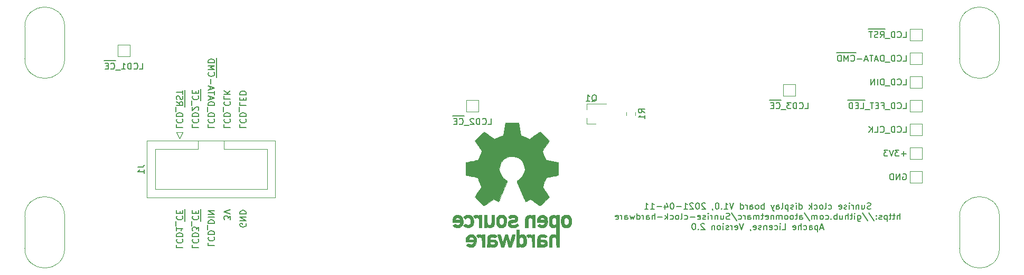
<source format=gbo>
G04 #@! TF.GenerationSoftware,KiCad,Pcbnew,(5.1.9)-1*
G04 #@! TF.CreationDate,2021-04-11T14:47:46+02:00*
G04 #@! TF.ProjectId,Sunrise clock display board,53756e72-6973-4652-9063-6c6f636b2064,V1.0*
G04 #@! TF.SameCoordinates,Original*
G04 #@! TF.FileFunction,Legend,Bot*
G04 #@! TF.FilePolarity,Positive*
%FSLAX46Y46*%
G04 Gerber Fmt 4.6, Leading zero omitted, Abs format (unit mm)*
G04 Created by KiCad (PCBNEW (5.1.9)-1) date 2021-04-11 14:47:46*
%MOMM*%
%LPD*%
G01*
G04 APERTURE LIST*
%ADD10C,0.150000*%
%ADD11C,0.010000*%
%ADD12C,0.120000*%
%ADD13O,3.200000X8.200000*%
%ADD14R,1.500000X1.500000*%
%ADD15C,1.700000*%
%ADD16C,2.300000*%
%ADD17C,1.524000*%
%ADD18R,1.524000X1.524000*%
%ADD19R,1.900000X0.800000*%
G04 APERTURE END LIST*
D10*
X213770595Y-99830000D02*
X213865833Y-99782380D01*
X214008690Y-99782380D01*
X214151547Y-99830000D01*
X214246785Y-99925238D01*
X214294404Y-100020476D01*
X214342023Y-100210952D01*
X214342023Y-100353809D01*
X214294404Y-100544285D01*
X214246785Y-100639523D01*
X214151547Y-100734761D01*
X214008690Y-100782380D01*
X213913452Y-100782380D01*
X213770595Y-100734761D01*
X213722976Y-100687142D01*
X213722976Y-100353809D01*
X213913452Y-100353809D01*
X213294404Y-100782380D02*
X213294404Y-99782380D01*
X212722976Y-100782380D01*
X212722976Y-99782380D01*
X212246785Y-100782380D02*
X212246785Y-99782380D01*
X212008690Y-99782380D01*
X211865833Y-99830000D01*
X211770595Y-99925238D01*
X211722976Y-100020476D01*
X211675357Y-100210952D01*
X211675357Y-100353809D01*
X211722976Y-100544285D01*
X211770595Y-100639523D01*
X211865833Y-100734761D01*
X212008690Y-100782380D01*
X212246785Y-100782380D01*
X214294404Y-96591428D02*
X213532500Y-96591428D01*
X213913452Y-96972380D02*
X213913452Y-96210476D01*
X213151547Y-95972380D02*
X212532500Y-95972380D01*
X212865833Y-96353333D01*
X212722976Y-96353333D01*
X212627738Y-96400952D01*
X212580119Y-96448571D01*
X212532500Y-96543809D01*
X212532500Y-96781904D01*
X212580119Y-96877142D01*
X212627738Y-96924761D01*
X212722976Y-96972380D01*
X213008690Y-96972380D01*
X213103928Y-96924761D01*
X213151547Y-96877142D01*
X212246785Y-95972380D02*
X211913452Y-96972380D01*
X211580119Y-95972380D01*
X211342023Y-95972380D02*
X210722976Y-95972380D01*
X211056309Y-96353333D01*
X210913452Y-96353333D01*
X210818214Y-96400952D01*
X210770595Y-96448571D01*
X210722976Y-96543809D01*
X210722976Y-96781904D01*
X210770595Y-96877142D01*
X210818214Y-96924761D01*
X210913452Y-96972380D01*
X211199166Y-96972380D01*
X211294404Y-96924761D01*
X211342023Y-96877142D01*
X213818214Y-93162380D02*
X214294404Y-93162380D01*
X214294404Y-92162380D01*
X212913452Y-93067142D02*
X212961071Y-93114761D01*
X213103928Y-93162380D01*
X213199166Y-93162380D01*
X213342023Y-93114761D01*
X213437261Y-93019523D01*
X213484880Y-92924285D01*
X213532500Y-92733809D01*
X213532500Y-92590952D01*
X213484880Y-92400476D01*
X213437261Y-92305238D01*
X213342023Y-92210000D01*
X213199166Y-92162380D01*
X213103928Y-92162380D01*
X212961071Y-92210000D01*
X212913452Y-92257619D01*
X212484880Y-93162380D02*
X212484880Y-92162380D01*
X212246785Y-92162380D01*
X212103928Y-92210000D01*
X212008690Y-92305238D01*
X211961071Y-92400476D01*
X211913452Y-92590952D01*
X211913452Y-92733809D01*
X211961071Y-92924285D01*
X212008690Y-93019523D01*
X212103928Y-93114761D01*
X212246785Y-93162380D01*
X212484880Y-93162380D01*
X211722976Y-93257619D02*
X210961071Y-93257619D01*
X210151547Y-93067142D02*
X210199166Y-93114761D01*
X210342023Y-93162380D01*
X210437261Y-93162380D01*
X210580119Y-93114761D01*
X210675357Y-93019523D01*
X210722976Y-92924285D01*
X210770595Y-92733809D01*
X210770595Y-92590952D01*
X210722976Y-92400476D01*
X210675357Y-92305238D01*
X210580119Y-92210000D01*
X210437261Y-92162380D01*
X210342023Y-92162380D01*
X210199166Y-92210000D01*
X210151547Y-92257619D01*
X209246785Y-93162380D02*
X209722976Y-93162380D01*
X209722976Y-92162380D01*
X208913452Y-93162380D02*
X208913452Y-92162380D01*
X208342023Y-93162380D02*
X208770595Y-92590952D01*
X208342023Y-92162380D02*
X208913452Y-92733809D01*
X213818214Y-89352380D02*
X214294404Y-89352380D01*
X214294404Y-88352380D01*
X212913452Y-89257142D02*
X212961071Y-89304761D01*
X213103928Y-89352380D01*
X213199166Y-89352380D01*
X213342023Y-89304761D01*
X213437261Y-89209523D01*
X213484880Y-89114285D01*
X213532500Y-88923809D01*
X213532500Y-88780952D01*
X213484880Y-88590476D01*
X213437261Y-88495238D01*
X213342023Y-88400000D01*
X213199166Y-88352380D01*
X213103928Y-88352380D01*
X212961071Y-88400000D01*
X212913452Y-88447619D01*
X212484880Y-89352380D02*
X212484880Y-88352380D01*
X212246785Y-88352380D01*
X212103928Y-88400000D01*
X212008690Y-88495238D01*
X211961071Y-88590476D01*
X211913452Y-88780952D01*
X211913452Y-88923809D01*
X211961071Y-89114285D01*
X212008690Y-89209523D01*
X212103928Y-89304761D01*
X212246785Y-89352380D01*
X212484880Y-89352380D01*
X211722976Y-89447619D02*
X210961071Y-89447619D01*
X210389642Y-88828571D02*
X210722976Y-88828571D01*
X210722976Y-89352380D02*
X210722976Y-88352380D01*
X210246785Y-88352380D01*
X209865833Y-88828571D02*
X209532500Y-88828571D01*
X209389642Y-89352380D02*
X209865833Y-89352380D01*
X209865833Y-88352380D01*
X209389642Y-88352380D01*
X209103928Y-88352380D02*
X208532500Y-88352380D01*
X208818214Y-89352380D02*
X208818214Y-88352380D01*
X208437261Y-89447619D02*
X207675357Y-89447619D01*
X207675357Y-87985000D02*
X206865833Y-87985000D01*
X206961071Y-89352380D02*
X207437261Y-89352380D01*
X207437261Y-88352380D01*
X206865833Y-87985000D02*
X205961071Y-87985000D01*
X206627738Y-88828571D02*
X206294404Y-88828571D01*
X206151547Y-89352380D02*
X206627738Y-89352380D01*
X206627738Y-88352380D01*
X206151547Y-88352380D01*
X205961071Y-87985000D02*
X204961071Y-87985000D01*
X205722976Y-89352380D02*
X205722976Y-88352380D01*
X205484880Y-88352380D01*
X205342023Y-88400000D01*
X205246785Y-88495238D01*
X205199166Y-88590476D01*
X205151547Y-88780952D01*
X205151547Y-88923809D01*
X205199166Y-89114285D01*
X205246785Y-89209523D01*
X205342023Y-89304761D01*
X205484880Y-89352380D01*
X205722976Y-89352380D01*
X213818214Y-85542380D02*
X214294404Y-85542380D01*
X214294404Y-84542380D01*
X212913452Y-85447142D02*
X212961071Y-85494761D01*
X213103928Y-85542380D01*
X213199166Y-85542380D01*
X213342023Y-85494761D01*
X213437261Y-85399523D01*
X213484880Y-85304285D01*
X213532500Y-85113809D01*
X213532500Y-84970952D01*
X213484880Y-84780476D01*
X213437261Y-84685238D01*
X213342023Y-84590000D01*
X213199166Y-84542380D01*
X213103928Y-84542380D01*
X212961071Y-84590000D01*
X212913452Y-84637619D01*
X212484880Y-85542380D02*
X212484880Y-84542380D01*
X212246785Y-84542380D01*
X212103928Y-84590000D01*
X212008690Y-84685238D01*
X211961071Y-84780476D01*
X211913452Y-84970952D01*
X211913452Y-85113809D01*
X211961071Y-85304285D01*
X212008690Y-85399523D01*
X212103928Y-85494761D01*
X212246785Y-85542380D01*
X212484880Y-85542380D01*
X211722976Y-85637619D02*
X210961071Y-85637619D01*
X210722976Y-85542380D02*
X210722976Y-84542380D01*
X210484880Y-84542380D01*
X210342023Y-84590000D01*
X210246785Y-84685238D01*
X210199166Y-84780476D01*
X210151547Y-84970952D01*
X210151547Y-85113809D01*
X210199166Y-85304285D01*
X210246785Y-85399523D01*
X210342023Y-85494761D01*
X210484880Y-85542380D01*
X210722976Y-85542380D01*
X209722976Y-85542380D02*
X209722976Y-84542380D01*
X209246785Y-85542380D02*
X209246785Y-84542380D01*
X208675357Y-85542380D01*
X208675357Y-84542380D01*
X213818214Y-81732380D02*
X214294404Y-81732380D01*
X214294404Y-80732380D01*
X212913452Y-81637142D02*
X212961071Y-81684761D01*
X213103928Y-81732380D01*
X213199166Y-81732380D01*
X213342023Y-81684761D01*
X213437261Y-81589523D01*
X213484880Y-81494285D01*
X213532500Y-81303809D01*
X213532500Y-81160952D01*
X213484880Y-80970476D01*
X213437261Y-80875238D01*
X213342023Y-80780000D01*
X213199166Y-80732380D01*
X213103928Y-80732380D01*
X212961071Y-80780000D01*
X212913452Y-80827619D01*
X212484880Y-81732380D02*
X212484880Y-80732380D01*
X212246785Y-80732380D01*
X212103928Y-80780000D01*
X212008690Y-80875238D01*
X211961071Y-80970476D01*
X211913452Y-81160952D01*
X211913452Y-81303809D01*
X211961071Y-81494285D01*
X212008690Y-81589523D01*
X212103928Y-81684761D01*
X212246785Y-81732380D01*
X212484880Y-81732380D01*
X211722976Y-81827619D02*
X210961071Y-81827619D01*
X210722976Y-81732380D02*
X210722976Y-80732380D01*
X210484880Y-80732380D01*
X210342023Y-80780000D01*
X210246785Y-80875238D01*
X210199166Y-80970476D01*
X210151547Y-81160952D01*
X210151547Y-81303809D01*
X210199166Y-81494285D01*
X210246785Y-81589523D01*
X210342023Y-81684761D01*
X210484880Y-81732380D01*
X210722976Y-81732380D01*
X209770595Y-81446666D02*
X209294404Y-81446666D01*
X209865833Y-81732380D02*
X209532500Y-80732380D01*
X209199166Y-81732380D01*
X209008690Y-80732380D02*
X208437261Y-80732380D01*
X208722976Y-81732380D02*
X208722976Y-80732380D01*
X208151547Y-81446666D02*
X207675357Y-81446666D01*
X208246785Y-81732380D02*
X207913452Y-80732380D01*
X207580119Y-81732380D01*
X207246785Y-81351428D02*
X206484880Y-81351428D01*
X206246785Y-80365000D02*
X205246785Y-80365000D01*
X205437261Y-81637142D02*
X205484880Y-81684761D01*
X205627738Y-81732380D01*
X205722976Y-81732380D01*
X205865833Y-81684761D01*
X205961071Y-81589523D01*
X206008690Y-81494285D01*
X206056309Y-81303809D01*
X206056309Y-81160952D01*
X206008690Y-80970476D01*
X205961071Y-80875238D01*
X205865833Y-80780000D01*
X205722976Y-80732380D01*
X205627738Y-80732380D01*
X205484880Y-80780000D01*
X205437261Y-80827619D01*
X205246785Y-80365000D02*
X204103928Y-80365000D01*
X205008690Y-81732380D02*
X205008690Y-80732380D01*
X204675357Y-81446666D01*
X204342023Y-80732380D01*
X204342023Y-81732380D01*
X204103928Y-80365000D02*
X203103928Y-80365000D01*
X203865833Y-81732380D02*
X203865833Y-80732380D01*
X203627738Y-80732380D01*
X203484880Y-80780000D01*
X203389642Y-80875238D01*
X203342023Y-80970476D01*
X203294404Y-81160952D01*
X203294404Y-81303809D01*
X203342023Y-81494285D01*
X203389642Y-81589523D01*
X203484880Y-81684761D01*
X203627738Y-81732380D01*
X203865833Y-81732380D01*
X213818214Y-77922380D02*
X214294404Y-77922380D01*
X214294404Y-76922380D01*
X212913452Y-77827142D02*
X212961071Y-77874761D01*
X213103928Y-77922380D01*
X213199166Y-77922380D01*
X213342023Y-77874761D01*
X213437261Y-77779523D01*
X213484880Y-77684285D01*
X213532500Y-77493809D01*
X213532500Y-77350952D01*
X213484880Y-77160476D01*
X213437261Y-77065238D01*
X213342023Y-76970000D01*
X213199166Y-76922380D01*
X213103928Y-76922380D01*
X212961071Y-76970000D01*
X212913452Y-77017619D01*
X212484880Y-77922380D02*
X212484880Y-76922380D01*
X212246785Y-76922380D01*
X212103928Y-76970000D01*
X212008690Y-77065238D01*
X211961071Y-77160476D01*
X211913452Y-77350952D01*
X211913452Y-77493809D01*
X211961071Y-77684285D01*
X212008690Y-77779523D01*
X212103928Y-77874761D01*
X212246785Y-77922380D01*
X212484880Y-77922380D01*
X211722976Y-78017619D02*
X210961071Y-78017619D01*
X210961071Y-76555000D02*
X209961071Y-76555000D01*
X210151547Y-77922380D02*
X210484880Y-77446190D01*
X210722976Y-77922380D02*
X210722976Y-76922380D01*
X210342023Y-76922380D01*
X210246785Y-76970000D01*
X210199166Y-77017619D01*
X210151547Y-77112857D01*
X210151547Y-77255714D01*
X210199166Y-77350952D01*
X210246785Y-77398571D01*
X210342023Y-77446190D01*
X210722976Y-77446190D01*
X209961071Y-76555000D02*
X209008690Y-76555000D01*
X209770595Y-77874761D02*
X209627738Y-77922380D01*
X209389642Y-77922380D01*
X209294404Y-77874761D01*
X209246785Y-77827142D01*
X209199166Y-77731904D01*
X209199166Y-77636666D01*
X209246785Y-77541428D01*
X209294404Y-77493809D01*
X209389642Y-77446190D01*
X209580119Y-77398571D01*
X209675357Y-77350952D01*
X209722976Y-77303333D01*
X209770595Y-77208095D01*
X209770595Y-77112857D01*
X209722976Y-77017619D01*
X209675357Y-76970000D01*
X209580119Y-76922380D01*
X209342023Y-76922380D01*
X209199166Y-76970000D01*
X209008690Y-76555000D02*
X208246785Y-76555000D01*
X208913452Y-76922380D02*
X208342023Y-76922380D01*
X208627738Y-77922380D02*
X208627738Y-76922380D01*
X198080000Y-89352380D02*
X198556190Y-89352380D01*
X198556190Y-88352380D01*
X197175238Y-89257142D02*
X197222857Y-89304761D01*
X197365714Y-89352380D01*
X197460952Y-89352380D01*
X197603809Y-89304761D01*
X197699047Y-89209523D01*
X197746666Y-89114285D01*
X197794285Y-88923809D01*
X197794285Y-88780952D01*
X197746666Y-88590476D01*
X197699047Y-88495238D01*
X197603809Y-88400000D01*
X197460952Y-88352380D01*
X197365714Y-88352380D01*
X197222857Y-88400000D01*
X197175238Y-88447619D01*
X196746666Y-89352380D02*
X196746666Y-88352380D01*
X196508571Y-88352380D01*
X196365714Y-88400000D01*
X196270476Y-88495238D01*
X196222857Y-88590476D01*
X196175238Y-88780952D01*
X196175238Y-88923809D01*
X196222857Y-89114285D01*
X196270476Y-89209523D01*
X196365714Y-89304761D01*
X196508571Y-89352380D01*
X196746666Y-89352380D01*
X195841904Y-88352380D02*
X195222857Y-88352380D01*
X195556190Y-88733333D01*
X195413333Y-88733333D01*
X195318095Y-88780952D01*
X195270476Y-88828571D01*
X195222857Y-88923809D01*
X195222857Y-89161904D01*
X195270476Y-89257142D01*
X195318095Y-89304761D01*
X195413333Y-89352380D01*
X195699047Y-89352380D01*
X195794285Y-89304761D01*
X195841904Y-89257142D01*
X195032380Y-89447619D02*
X194270476Y-89447619D01*
X194270476Y-87985000D02*
X193270476Y-87985000D01*
X193460952Y-89257142D02*
X193508571Y-89304761D01*
X193651428Y-89352380D01*
X193746666Y-89352380D01*
X193889523Y-89304761D01*
X193984761Y-89209523D01*
X194032380Y-89114285D01*
X194080000Y-88923809D01*
X194080000Y-88780952D01*
X194032380Y-88590476D01*
X193984761Y-88495238D01*
X193889523Y-88400000D01*
X193746666Y-88352380D01*
X193651428Y-88352380D01*
X193508571Y-88400000D01*
X193460952Y-88447619D01*
X193270476Y-87985000D02*
X192365714Y-87985000D01*
X193032380Y-88828571D02*
X192699047Y-88828571D01*
X192556190Y-89352380D02*
X193032380Y-89352380D01*
X193032380Y-88352380D01*
X192556190Y-88352380D01*
X147280000Y-91892380D02*
X147756190Y-91892380D01*
X147756190Y-90892380D01*
X146375238Y-91797142D02*
X146422857Y-91844761D01*
X146565714Y-91892380D01*
X146660952Y-91892380D01*
X146803809Y-91844761D01*
X146899047Y-91749523D01*
X146946666Y-91654285D01*
X146994285Y-91463809D01*
X146994285Y-91320952D01*
X146946666Y-91130476D01*
X146899047Y-91035238D01*
X146803809Y-90940000D01*
X146660952Y-90892380D01*
X146565714Y-90892380D01*
X146422857Y-90940000D01*
X146375238Y-90987619D01*
X145946666Y-91892380D02*
X145946666Y-90892380D01*
X145708571Y-90892380D01*
X145565714Y-90940000D01*
X145470476Y-91035238D01*
X145422857Y-91130476D01*
X145375238Y-91320952D01*
X145375238Y-91463809D01*
X145422857Y-91654285D01*
X145470476Y-91749523D01*
X145565714Y-91844761D01*
X145708571Y-91892380D01*
X145946666Y-91892380D01*
X144994285Y-90987619D02*
X144946666Y-90940000D01*
X144851428Y-90892380D01*
X144613333Y-90892380D01*
X144518095Y-90940000D01*
X144470476Y-90987619D01*
X144422857Y-91082857D01*
X144422857Y-91178095D01*
X144470476Y-91320952D01*
X145041904Y-91892380D01*
X144422857Y-91892380D01*
X144232380Y-91987619D02*
X143470476Y-91987619D01*
X143470476Y-90525000D02*
X142470476Y-90525000D01*
X142660952Y-91797142D02*
X142708571Y-91844761D01*
X142851428Y-91892380D01*
X142946666Y-91892380D01*
X143089523Y-91844761D01*
X143184761Y-91749523D01*
X143232380Y-91654285D01*
X143280000Y-91463809D01*
X143280000Y-91320952D01*
X143232380Y-91130476D01*
X143184761Y-91035238D01*
X143089523Y-90940000D01*
X142946666Y-90892380D01*
X142851428Y-90892380D01*
X142708571Y-90940000D01*
X142660952Y-90987619D01*
X142470476Y-90525000D02*
X141565714Y-90525000D01*
X142232380Y-91368571D02*
X141899047Y-91368571D01*
X141756190Y-91892380D02*
X142232380Y-91892380D01*
X142232380Y-90892380D01*
X141756190Y-90892380D01*
X91400000Y-83002380D02*
X91876190Y-83002380D01*
X91876190Y-82002380D01*
X90495238Y-82907142D02*
X90542857Y-82954761D01*
X90685714Y-83002380D01*
X90780952Y-83002380D01*
X90923809Y-82954761D01*
X91019047Y-82859523D01*
X91066666Y-82764285D01*
X91114285Y-82573809D01*
X91114285Y-82430952D01*
X91066666Y-82240476D01*
X91019047Y-82145238D01*
X90923809Y-82050000D01*
X90780952Y-82002380D01*
X90685714Y-82002380D01*
X90542857Y-82050000D01*
X90495238Y-82097619D01*
X90066666Y-83002380D02*
X90066666Y-82002380D01*
X89828571Y-82002380D01*
X89685714Y-82050000D01*
X89590476Y-82145238D01*
X89542857Y-82240476D01*
X89495238Y-82430952D01*
X89495238Y-82573809D01*
X89542857Y-82764285D01*
X89590476Y-82859523D01*
X89685714Y-82954761D01*
X89828571Y-83002380D01*
X90066666Y-83002380D01*
X88542857Y-83002380D02*
X89114285Y-83002380D01*
X88828571Y-83002380D02*
X88828571Y-82002380D01*
X88923809Y-82145238D01*
X89019047Y-82240476D01*
X89114285Y-82288095D01*
X88352380Y-83097619D02*
X87590476Y-83097619D01*
X87590476Y-81635000D02*
X86590476Y-81635000D01*
X86780952Y-82907142D02*
X86828571Y-82954761D01*
X86971428Y-83002380D01*
X87066666Y-83002380D01*
X87209523Y-82954761D01*
X87304761Y-82859523D01*
X87352380Y-82764285D01*
X87400000Y-82573809D01*
X87400000Y-82430952D01*
X87352380Y-82240476D01*
X87304761Y-82145238D01*
X87209523Y-82050000D01*
X87066666Y-82002380D01*
X86971428Y-82002380D01*
X86828571Y-82050000D01*
X86780952Y-82097619D01*
X86590476Y-81635000D02*
X85685714Y-81635000D01*
X86352380Y-82478571D02*
X86019047Y-82478571D01*
X85876190Y-83002380D02*
X86352380Y-83002380D01*
X86352380Y-82002380D01*
X85876190Y-82002380D01*
X208619047Y-105434761D02*
X208476190Y-105482380D01*
X208238095Y-105482380D01*
X208142857Y-105434761D01*
X208095238Y-105387142D01*
X208047619Y-105291904D01*
X208047619Y-105196666D01*
X208095238Y-105101428D01*
X208142857Y-105053809D01*
X208238095Y-105006190D01*
X208428571Y-104958571D01*
X208523809Y-104910952D01*
X208571428Y-104863333D01*
X208619047Y-104768095D01*
X208619047Y-104672857D01*
X208571428Y-104577619D01*
X208523809Y-104530000D01*
X208428571Y-104482380D01*
X208190476Y-104482380D01*
X208047619Y-104530000D01*
X207190476Y-104815714D02*
X207190476Y-105482380D01*
X207619047Y-104815714D02*
X207619047Y-105339523D01*
X207571428Y-105434761D01*
X207476190Y-105482380D01*
X207333333Y-105482380D01*
X207238095Y-105434761D01*
X207190476Y-105387142D01*
X206714285Y-104815714D02*
X206714285Y-105482380D01*
X206714285Y-104910952D02*
X206666666Y-104863333D01*
X206571428Y-104815714D01*
X206428571Y-104815714D01*
X206333333Y-104863333D01*
X206285714Y-104958571D01*
X206285714Y-105482380D01*
X205809523Y-105482380D02*
X205809523Y-104815714D01*
X205809523Y-105006190D02*
X205761904Y-104910952D01*
X205714285Y-104863333D01*
X205619047Y-104815714D01*
X205523809Y-104815714D01*
X205190476Y-105482380D02*
X205190476Y-104815714D01*
X205190476Y-104482380D02*
X205238095Y-104530000D01*
X205190476Y-104577619D01*
X205142857Y-104530000D01*
X205190476Y-104482380D01*
X205190476Y-104577619D01*
X204761904Y-105434761D02*
X204666666Y-105482380D01*
X204476190Y-105482380D01*
X204380952Y-105434761D01*
X204333333Y-105339523D01*
X204333333Y-105291904D01*
X204380952Y-105196666D01*
X204476190Y-105149047D01*
X204619047Y-105149047D01*
X204714285Y-105101428D01*
X204761904Y-105006190D01*
X204761904Y-104958571D01*
X204714285Y-104863333D01*
X204619047Y-104815714D01*
X204476190Y-104815714D01*
X204380952Y-104863333D01*
X203523809Y-105434761D02*
X203619047Y-105482380D01*
X203809523Y-105482380D01*
X203904761Y-105434761D01*
X203952380Y-105339523D01*
X203952380Y-104958571D01*
X203904761Y-104863333D01*
X203809523Y-104815714D01*
X203619047Y-104815714D01*
X203523809Y-104863333D01*
X203476190Y-104958571D01*
X203476190Y-105053809D01*
X203952380Y-105149047D01*
X201857142Y-105434761D02*
X201952380Y-105482380D01*
X202142857Y-105482380D01*
X202238095Y-105434761D01*
X202285714Y-105387142D01*
X202333333Y-105291904D01*
X202333333Y-105006190D01*
X202285714Y-104910952D01*
X202238095Y-104863333D01*
X202142857Y-104815714D01*
X201952380Y-104815714D01*
X201857142Y-104863333D01*
X201285714Y-105482380D02*
X201380952Y-105434761D01*
X201428571Y-105339523D01*
X201428571Y-104482380D01*
X200761904Y-105482380D02*
X200857142Y-105434761D01*
X200904761Y-105387142D01*
X200952380Y-105291904D01*
X200952380Y-105006190D01*
X200904761Y-104910952D01*
X200857142Y-104863333D01*
X200761904Y-104815714D01*
X200619047Y-104815714D01*
X200523809Y-104863333D01*
X200476190Y-104910952D01*
X200428571Y-105006190D01*
X200428571Y-105291904D01*
X200476190Y-105387142D01*
X200523809Y-105434761D01*
X200619047Y-105482380D01*
X200761904Y-105482380D01*
X199571428Y-105434761D02*
X199666666Y-105482380D01*
X199857142Y-105482380D01*
X199952380Y-105434761D01*
X199999999Y-105387142D01*
X200047619Y-105291904D01*
X200047619Y-105006190D01*
X199999999Y-104910952D01*
X199952380Y-104863333D01*
X199857142Y-104815714D01*
X199666666Y-104815714D01*
X199571428Y-104863333D01*
X199142857Y-105482380D02*
X199142857Y-104482380D01*
X199047619Y-105101428D02*
X198761904Y-105482380D01*
X198761904Y-104815714D02*
X199142857Y-105196666D01*
X197142857Y-105482380D02*
X197142857Y-104482380D01*
X197142857Y-105434761D02*
X197238095Y-105482380D01*
X197428571Y-105482380D01*
X197523809Y-105434761D01*
X197571428Y-105387142D01*
X197619047Y-105291904D01*
X197619047Y-105006190D01*
X197571428Y-104910952D01*
X197523809Y-104863333D01*
X197428571Y-104815714D01*
X197238095Y-104815714D01*
X197142857Y-104863333D01*
X196666666Y-105482380D02*
X196666666Y-104815714D01*
X196666666Y-104482380D02*
X196714285Y-104530000D01*
X196666666Y-104577619D01*
X196619047Y-104530000D01*
X196666666Y-104482380D01*
X196666666Y-104577619D01*
X196238095Y-105434761D02*
X196142857Y-105482380D01*
X195952380Y-105482380D01*
X195857142Y-105434761D01*
X195809523Y-105339523D01*
X195809523Y-105291904D01*
X195857142Y-105196666D01*
X195952380Y-105149047D01*
X196095238Y-105149047D01*
X196190476Y-105101428D01*
X196238095Y-105006190D01*
X196238095Y-104958571D01*
X196190476Y-104863333D01*
X196095238Y-104815714D01*
X195952380Y-104815714D01*
X195857142Y-104863333D01*
X195380952Y-104815714D02*
X195380952Y-105815714D01*
X195380952Y-104863333D02*
X195285714Y-104815714D01*
X195095238Y-104815714D01*
X194999999Y-104863333D01*
X194952380Y-104910952D01*
X194904761Y-105006190D01*
X194904761Y-105291904D01*
X194952380Y-105387142D01*
X194999999Y-105434761D01*
X195095238Y-105482380D01*
X195285714Y-105482380D01*
X195380952Y-105434761D01*
X194333333Y-105482380D02*
X194428571Y-105434761D01*
X194476190Y-105339523D01*
X194476190Y-104482380D01*
X193523809Y-105482380D02*
X193523809Y-104958571D01*
X193571428Y-104863333D01*
X193666666Y-104815714D01*
X193857142Y-104815714D01*
X193952380Y-104863333D01*
X193523809Y-105434761D02*
X193619047Y-105482380D01*
X193857142Y-105482380D01*
X193952380Y-105434761D01*
X194000000Y-105339523D01*
X194000000Y-105244285D01*
X193952380Y-105149047D01*
X193857142Y-105101428D01*
X193619047Y-105101428D01*
X193523809Y-105053809D01*
X193142857Y-104815714D02*
X192904761Y-105482380D01*
X192666666Y-104815714D02*
X192904761Y-105482380D01*
X193000000Y-105720476D01*
X193047619Y-105768095D01*
X193142857Y-105815714D01*
X191523809Y-105482380D02*
X191523809Y-104482380D01*
X191523809Y-104863333D02*
X191428571Y-104815714D01*
X191238095Y-104815714D01*
X191142857Y-104863333D01*
X191095238Y-104910952D01*
X191047619Y-105006190D01*
X191047619Y-105291904D01*
X191095238Y-105387142D01*
X191142857Y-105434761D01*
X191238095Y-105482380D01*
X191428571Y-105482380D01*
X191523809Y-105434761D01*
X190476190Y-105482380D02*
X190571428Y-105434761D01*
X190619047Y-105387142D01*
X190666666Y-105291904D01*
X190666666Y-105006190D01*
X190619047Y-104910952D01*
X190571428Y-104863333D01*
X190476190Y-104815714D01*
X190333333Y-104815714D01*
X190238095Y-104863333D01*
X190190476Y-104910952D01*
X190142857Y-105006190D01*
X190142857Y-105291904D01*
X190190476Y-105387142D01*
X190238095Y-105434761D01*
X190333333Y-105482380D01*
X190476190Y-105482380D01*
X189285714Y-105482380D02*
X189285714Y-104958571D01*
X189333333Y-104863333D01*
X189428571Y-104815714D01*
X189619047Y-104815714D01*
X189714285Y-104863333D01*
X189285714Y-105434761D02*
X189380952Y-105482380D01*
X189619047Y-105482380D01*
X189714285Y-105434761D01*
X189761904Y-105339523D01*
X189761904Y-105244285D01*
X189714285Y-105149047D01*
X189619047Y-105101428D01*
X189380952Y-105101428D01*
X189285714Y-105053809D01*
X188809523Y-105482380D02*
X188809523Y-104815714D01*
X188809523Y-105006190D02*
X188761904Y-104910952D01*
X188714285Y-104863333D01*
X188619047Y-104815714D01*
X188523809Y-104815714D01*
X187761904Y-105482380D02*
X187761904Y-104482380D01*
X187761904Y-105434761D02*
X187857142Y-105482380D01*
X188047619Y-105482380D01*
X188142857Y-105434761D01*
X188190476Y-105387142D01*
X188238095Y-105291904D01*
X188238095Y-105006190D01*
X188190476Y-104910952D01*
X188142857Y-104863333D01*
X188047619Y-104815714D01*
X187857142Y-104815714D01*
X187761904Y-104863333D01*
X186666666Y-104482380D02*
X186333333Y-105482380D01*
X186000000Y-104482380D01*
X185142857Y-105482380D02*
X185714285Y-105482380D01*
X185428571Y-105482380D02*
X185428571Y-104482380D01*
X185523809Y-104625238D01*
X185619047Y-104720476D01*
X185714285Y-104768095D01*
X184714285Y-105387142D02*
X184666666Y-105434761D01*
X184714285Y-105482380D01*
X184761904Y-105434761D01*
X184714285Y-105387142D01*
X184714285Y-105482380D01*
X184047619Y-104482380D02*
X183952380Y-104482380D01*
X183857142Y-104530000D01*
X183809523Y-104577619D01*
X183761904Y-104672857D01*
X183714285Y-104863333D01*
X183714285Y-105101428D01*
X183761904Y-105291904D01*
X183809523Y-105387142D01*
X183857142Y-105434761D01*
X183952380Y-105482380D01*
X184047619Y-105482380D01*
X184142857Y-105434761D01*
X184190476Y-105387142D01*
X184238095Y-105291904D01*
X184285714Y-105101428D01*
X184285714Y-104863333D01*
X184238095Y-104672857D01*
X184190476Y-104577619D01*
X184142857Y-104530000D01*
X184047619Y-104482380D01*
X183238095Y-105434761D02*
X183238095Y-105482380D01*
X183285714Y-105577619D01*
X183333333Y-105625238D01*
X182095238Y-104577619D02*
X182047619Y-104530000D01*
X181952380Y-104482380D01*
X181714285Y-104482380D01*
X181619047Y-104530000D01*
X181571428Y-104577619D01*
X181523809Y-104672857D01*
X181523809Y-104768095D01*
X181571428Y-104910952D01*
X182142857Y-105482380D01*
X181523809Y-105482380D01*
X180904761Y-104482380D02*
X180809523Y-104482380D01*
X180714285Y-104530000D01*
X180666666Y-104577619D01*
X180619047Y-104672857D01*
X180571428Y-104863333D01*
X180571428Y-105101428D01*
X180619047Y-105291904D01*
X180666666Y-105387142D01*
X180714285Y-105434761D01*
X180809523Y-105482380D01*
X180904761Y-105482380D01*
X181000000Y-105434761D01*
X181047619Y-105387142D01*
X181095238Y-105291904D01*
X181142857Y-105101428D01*
X181142857Y-104863333D01*
X181095238Y-104672857D01*
X181047619Y-104577619D01*
X181000000Y-104530000D01*
X180904761Y-104482380D01*
X180190476Y-104577619D02*
X180142857Y-104530000D01*
X180047619Y-104482380D01*
X179809523Y-104482380D01*
X179714285Y-104530000D01*
X179666666Y-104577619D01*
X179619047Y-104672857D01*
X179619047Y-104768095D01*
X179666666Y-104910952D01*
X180238095Y-105482380D01*
X179619047Y-105482380D01*
X178666666Y-105482380D02*
X179238095Y-105482380D01*
X178952380Y-105482380D02*
X178952380Y-104482380D01*
X179047619Y-104625238D01*
X179142857Y-104720476D01*
X179238095Y-104768095D01*
X178238095Y-105101428D02*
X177476190Y-105101428D01*
X176809523Y-104482380D02*
X176714285Y-104482380D01*
X176619047Y-104530000D01*
X176571428Y-104577619D01*
X176523809Y-104672857D01*
X176476190Y-104863333D01*
X176476190Y-105101428D01*
X176523809Y-105291904D01*
X176571428Y-105387142D01*
X176619047Y-105434761D01*
X176714285Y-105482380D01*
X176809523Y-105482380D01*
X176904761Y-105434761D01*
X176952380Y-105387142D01*
X177000000Y-105291904D01*
X177047619Y-105101428D01*
X177047619Y-104863333D01*
X177000000Y-104672857D01*
X176952380Y-104577619D01*
X176904761Y-104530000D01*
X176809523Y-104482380D01*
X175619047Y-104815714D02*
X175619047Y-105482380D01*
X175857142Y-104434761D02*
X176095238Y-105149047D01*
X175476190Y-105149047D01*
X175095238Y-105101428D02*
X174333333Y-105101428D01*
X173333333Y-105482380D02*
X173904761Y-105482380D01*
X173619047Y-105482380D02*
X173619047Y-104482380D01*
X173714285Y-104625238D01*
X173809523Y-104720476D01*
X173904761Y-104768095D01*
X172380952Y-105482380D02*
X172952380Y-105482380D01*
X172666666Y-105482380D02*
X172666666Y-104482380D01*
X172761904Y-104625238D01*
X172857142Y-104720476D01*
X172952380Y-104768095D01*
X213285714Y-107132380D02*
X213285714Y-106132380D01*
X212857142Y-107132380D02*
X212857142Y-106608571D01*
X212904761Y-106513333D01*
X213000000Y-106465714D01*
X213142857Y-106465714D01*
X213238095Y-106513333D01*
X213285714Y-106560952D01*
X212523809Y-106465714D02*
X212142857Y-106465714D01*
X212380952Y-106132380D02*
X212380952Y-106989523D01*
X212333333Y-107084761D01*
X212238095Y-107132380D01*
X212142857Y-107132380D01*
X211952380Y-106465714D02*
X211571428Y-106465714D01*
X211809523Y-106132380D02*
X211809523Y-106989523D01*
X211761904Y-107084761D01*
X211666666Y-107132380D01*
X211571428Y-107132380D01*
X211238095Y-106465714D02*
X211238095Y-107465714D01*
X211238095Y-106513333D02*
X211142857Y-106465714D01*
X210952380Y-106465714D01*
X210857142Y-106513333D01*
X210809523Y-106560952D01*
X210761904Y-106656190D01*
X210761904Y-106941904D01*
X210809523Y-107037142D01*
X210857142Y-107084761D01*
X210952380Y-107132380D01*
X211142857Y-107132380D01*
X211238095Y-107084761D01*
X210380952Y-107084761D02*
X210285714Y-107132380D01*
X210095238Y-107132380D01*
X210000000Y-107084761D01*
X209952380Y-106989523D01*
X209952380Y-106941904D01*
X210000000Y-106846666D01*
X210095238Y-106799047D01*
X210238095Y-106799047D01*
X210333333Y-106751428D01*
X210380952Y-106656190D01*
X210380952Y-106608571D01*
X210333333Y-106513333D01*
X210238095Y-106465714D01*
X210095238Y-106465714D01*
X210000000Y-106513333D01*
X209523809Y-107037142D02*
X209476190Y-107084761D01*
X209523809Y-107132380D01*
X209571428Y-107084761D01*
X209523809Y-107037142D01*
X209523809Y-107132380D01*
X209523809Y-106513333D02*
X209476190Y-106560952D01*
X209523809Y-106608571D01*
X209571428Y-106560952D01*
X209523809Y-106513333D01*
X209523809Y-106608571D01*
X208333333Y-106084761D02*
X209190476Y-107370476D01*
X207285714Y-106084761D02*
X208142857Y-107370476D01*
X206523809Y-106465714D02*
X206523809Y-107275238D01*
X206571428Y-107370476D01*
X206619047Y-107418095D01*
X206714285Y-107465714D01*
X206857142Y-107465714D01*
X206952380Y-107418095D01*
X206523809Y-107084761D02*
X206619047Y-107132380D01*
X206809523Y-107132380D01*
X206904761Y-107084761D01*
X206952380Y-107037142D01*
X207000000Y-106941904D01*
X207000000Y-106656190D01*
X206952380Y-106560952D01*
X206904761Y-106513333D01*
X206809523Y-106465714D01*
X206619047Y-106465714D01*
X206523809Y-106513333D01*
X206047619Y-107132380D02*
X206047619Y-106465714D01*
X206047619Y-106132380D02*
X206095238Y-106180000D01*
X206047619Y-106227619D01*
X206000000Y-106180000D01*
X206047619Y-106132380D01*
X206047619Y-106227619D01*
X205714285Y-106465714D02*
X205333333Y-106465714D01*
X205571428Y-106132380D02*
X205571428Y-106989523D01*
X205523809Y-107084761D01*
X205428571Y-107132380D01*
X205333333Y-107132380D01*
X205000000Y-107132380D02*
X205000000Y-106132380D01*
X204571428Y-107132380D02*
X204571428Y-106608571D01*
X204619047Y-106513333D01*
X204714285Y-106465714D01*
X204857142Y-106465714D01*
X204952380Y-106513333D01*
X205000000Y-106560952D01*
X203666666Y-106465714D02*
X203666666Y-107132380D01*
X204095238Y-106465714D02*
X204095238Y-106989523D01*
X204047619Y-107084761D01*
X203952380Y-107132380D01*
X203809523Y-107132380D01*
X203714285Y-107084761D01*
X203666666Y-107037142D01*
X203190476Y-107132380D02*
X203190476Y-106132380D01*
X203190476Y-106513333D02*
X203095238Y-106465714D01*
X202904761Y-106465714D01*
X202809523Y-106513333D01*
X202761904Y-106560952D01*
X202714285Y-106656190D01*
X202714285Y-106941904D01*
X202761904Y-107037142D01*
X202809523Y-107084761D01*
X202904761Y-107132380D01*
X203095238Y-107132380D01*
X203190476Y-107084761D01*
X202285714Y-107037142D02*
X202238095Y-107084761D01*
X202285714Y-107132380D01*
X202333333Y-107084761D01*
X202285714Y-107037142D01*
X202285714Y-107132380D01*
X201380952Y-107084761D02*
X201476190Y-107132380D01*
X201666666Y-107132380D01*
X201761904Y-107084761D01*
X201809523Y-107037142D01*
X201857142Y-106941904D01*
X201857142Y-106656190D01*
X201809523Y-106560952D01*
X201761904Y-106513333D01*
X201666666Y-106465714D01*
X201476190Y-106465714D01*
X201380952Y-106513333D01*
X200809523Y-107132380D02*
X200904761Y-107084761D01*
X200952380Y-107037142D01*
X201000000Y-106941904D01*
X201000000Y-106656190D01*
X200952380Y-106560952D01*
X200904761Y-106513333D01*
X200809523Y-106465714D01*
X200666666Y-106465714D01*
X200571428Y-106513333D01*
X200523809Y-106560952D01*
X200476190Y-106656190D01*
X200476190Y-106941904D01*
X200523809Y-107037142D01*
X200571428Y-107084761D01*
X200666666Y-107132380D01*
X200809523Y-107132380D01*
X200047619Y-107132380D02*
X200047619Y-106465714D01*
X200047619Y-106560952D02*
X200000000Y-106513333D01*
X199904761Y-106465714D01*
X199761904Y-106465714D01*
X199666666Y-106513333D01*
X199619047Y-106608571D01*
X199619047Y-107132380D01*
X199619047Y-106608571D02*
X199571428Y-106513333D01*
X199476190Y-106465714D01*
X199333333Y-106465714D01*
X199238095Y-106513333D01*
X199190476Y-106608571D01*
X199190476Y-107132380D01*
X198000000Y-106084761D02*
X198857142Y-107370476D01*
X197238095Y-107132380D02*
X197238095Y-106608571D01*
X197285714Y-106513333D01*
X197380952Y-106465714D01*
X197571428Y-106465714D01*
X197666666Y-106513333D01*
X197238095Y-107084761D02*
X197333333Y-107132380D01*
X197571428Y-107132380D01*
X197666666Y-107084761D01*
X197714285Y-106989523D01*
X197714285Y-106894285D01*
X197666666Y-106799047D01*
X197571428Y-106751428D01*
X197333333Y-106751428D01*
X197238095Y-106703809D01*
X196904761Y-106465714D02*
X196523809Y-106465714D01*
X196761904Y-106132380D02*
X196761904Y-106989523D01*
X196714285Y-107084761D01*
X196619047Y-107132380D01*
X196523809Y-107132380D01*
X196047619Y-107132380D02*
X196142857Y-107084761D01*
X196190476Y-107037142D01*
X196238095Y-106941904D01*
X196238095Y-106656190D01*
X196190476Y-106560952D01*
X196142857Y-106513333D01*
X196047619Y-106465714D01*
X195904761Y-106465714D01*
X195809523Y-106513333D01*
X195761904Y-106560952D01*
X195714285Y-106656190D01*
X195714285Y-106941904D01*
X195761904Y-107037142D01*
X195809523Y-107084761D01*
X195904761Y-107132380D01*
X196047619Y-107132380D01*
X195142857Y-107132380D02*
X195238095Y-107084761D01*
X195285714Y-107037142D01*
X195333333Y-106941904D01*
X195333333Y-106656190D01*
X195285714Y-106560952D01*
X195238095Y-106513333D01*
X195142857Y-106465714D01*
X195000000Y-106465714D01*
X194904761Y-106513333D01*
X194857142Y-106560952D01*
X194809523Y-106656190D01*
X194809523Y-106941904D01*
X194857142Y-107037142D01*
X194904761Y-107084761D01*
X195000000Y-107132380D01*
X195142857Y-107132380D01*
X194380952Y-107132380D02*
X194380952Y-106465714D01*
X194380952Y-106560952D02*
X194333333Y-106513333D01*
X194238095Y-106465714D01*
X194095238Y-106465714D01*
X194000000Y-106513333D01*
X193952380Y-106608571D01*
X193952380Y-107132380D01*
X193952380Y-106608571D02*
X193904761Y-106513333D01*
X193809523Y-106465714D01*
X193666666Y-106465714D01*
X193571428Y-106513333D01*
X193523809Y-106608571D01*
X193523809Y-107132380D01*
X193047619Y-106465714D02*
X193047619Y-107132380D01*
X193047619Y-106560952D02*
X193000000Y-106513333D01*
X192904761Y-106465714D01*
X192761904Y-106465714D01*
X192666666Y-106513333D01*
X192619047Y-106608571D01*
X192619047Y-107132380D01*
X191761904Y-107084761D02*
X191857142Y-107132380D01*
X192047619Y-107132380D01*
X192142857Y-107084761D01*
X192190476Y-106989523D01*
X192190476Y-106608571D01*
X192142857Y-106513333D01*
X192047619Y-106465714D01*
X191857142Y-106465714D01*
X191761904Y-106513333D01*
X191714285Y-106608571D01*
X191714285Y-106703809D01*
X192190476Y-106799047D01*
X191428571Y-106465714D02*
X191047619Y-106465714D01*
X191285714Y-106132380D02*
X191285714Y-106989523D01*
X191238095Y-107084761D01*
X191142857Y-107132380D01*
X191047619Y-107132380D01*
X190714285Y-107132380D02*
X190714285Y-106465714D01*
X190714285Y-106560952D02*
X190666666Y-106513333D01*
X190571428Y-106465714D01*
X190428571Y-106465714D01*
X190333333Y-106513333D01*
X190285714Y-106608571D01*
X190285714Y-107132380D01*
X190285714Y-106608571D02*
X190238095Y-106513333D01*
X190142857Y-106465714D01*
X190000000Y-106465714D01*
X189904761Y-106513333D01*
X189857142Y-106608571D01*
X189857142Y-107132380D01*
X188952380Y-107132380D02*
X188952380Y-106608571D01*
X189000000Y-106513333D01*
X189095238Y-106465714D01*
X189285714Y-106465714D01*
X189380952Y-106513333D01*
X188952380Y-107084761D02*
X189047619Y-107132380D01*
X189285714Y-107132380D01*
X189380952Y-107084761D01*
X189428571Y-106989523D01*
X189428571Y-106894285D01*
X189380952Y-106799047D01*
X189285714Y-106751428D01*
X189047619Y-106751428D01*
X188952380Y-106703809D01*
X188476190Y-107132380D02*
X188476190Y-106465714D01*
X188476190Y-106656190D02*
X188428571Y-106560952D01*
X188380952Y-106513333D01*
X188285714Y-106465714D01*
X188190476Y-106465714D01*
X187428571Y-107084761D02*
X187523809Y-107132380D01*
X187714285Y-107132380D01*
X187809523Y-107084761D01*
X187857142Y-107037142D01*
X187904761Y-106941904D01*
X187904761Y-106656190D01*
X187857142Y-106560952D01*
X187809523Y-106513333D01*
X187714285Y-106465714D01*
X187523809Y-106465714D01*
X187428571Y-106513333D01*
X186285714Y-106084761D02*
X187142857Y-107370476D01*
X186000000Y-107084761D02*
X185857142Y-107132380D01*
X185619047Y-107132380D01*
X185523809Y-107084761D01*
X185476190Y-107037142D01*
X185428571Y-106941904D01*
X185428571Y-106846666D01*
X185476190Y-106751428D01*
X185523809Y-106703809D01*
X185619047Y-106656190D01*
X185809523Y-106608571D01*
X185904761Y-106560952D01*
X185952380Y-106513333D01*
X186000000Y-106418095D01*
X186000000Y-106322857D01*
X185952380Y-106227619D01*
X185904761Y-106180000D01*
X185809523Y-106132380D01*
X185571428Y-106132380D01*
X185428571Y-106180000D01*
X184571428Y-106465714D02*
X184571428Y-107132380D01*
X185000000Y-106465714D02*
X185000000Y-106989523D01*
X184952380Y-107084761D01*
X184857142Y-107132380D01*
X184714285Y-107132380D01*
X184619047Y-107084761D01*
X184571428Y-107037142D01*
X184095238Y-106465714D02*
X184095238Y-107132380D01*
X184095238Y-106560952D02*
X184047619Y-106513333D01*
X183952380Y-106465714D01*
X183809523Y-106465714D01*
X183714285Y-106513333D01*
X183666666Y-106608571D01*
X183666666Y-107132380D01*
X183190476Y-107132380D02*
X183190476Y-106465714D01*
X183190476Y-106656190D02*
X183142857Y-106560952D01*
X183095238Y-106513333D01*
X183000000Y-106465714D01*
X182904761Y-106465714D01*
X182571428Y-107132380D02*
X182571428Y-106465714D01*
X182571428Y-106132380D02*
X182619047Y-106180000D01*
X182571428Y-106227619D01*
X182523809Y-106180000D01*
X182571428Y-106132380D01*
X182571428Y-106227619D01*
X182142857Y-107084761D02*
X182047619Y-107132380D01*
X181857142Y-107132380D01*
X181761904Y-107084761D01*
X181714285Y-106989523D01*
X181714285Y-106941904D01*
X181761904Y-106846666D01*
X181857142Y-106799047D01*
X182000000Y-106799047D01*
X182095238Y-106751428D01*
X182142857Y-106656190D01*
X182142857Y-106608571D01*
X182095238Y-106513333D01*
X182000000Y-106465714D01*
X181857142Y-106465714D01*
X181761904Y-106513333D01*
X180904761Y-107084761D02*
X181000000Y-107132380D01*
X181190476Y-107132380D01*
X181285714Y-107084761D01*
X181333333Y-106989523D01*
X181333333Y-106608571D01*
X181285714Y-106513333D01*
X181190476Y-106465714D01*
X181000000Y-106465714D01*
X180904761Y-106513333D01*
X180857142Y-106608571D01*
X180857142Y-106703809D01*
X181333333Y-106799047D01*
X180428571Y-106751428D02*
X179666666Y-106751428D01*
X178761904Y-107084761D02*
X178857142Y-107132380D01*
X179047619Y-107132380D01*
X179142857Y-107084761D01*
X179190476Y-107037142D01*
X179238095Y-106941904D01*
X179238095Y-106656190D01*
X179190476Y-106560952D01*
X179142857Y-106513333D01*
X179047619Y-106465714D01*
X178857142Y-106465714D01*
X178761904Y-106513333D01*
X178190476Y-107132380D02*
X178285714Y-107084761D01*
X178333333Y-106989523D01*
X178333333Y-106132380D01*
X177666666Y-107132380D02*
X177761904Y-107084761D01*
X177809523Y-107037142D01*
X177857142Y-106941904D01*
X177857142Y-106656190D01*
X177809523Y-106560952D01*
X177761904Y-106513333D01*
X177666666Y-106465714D01*
X177523809Y-106465714D01*
X177428571Y-106513333D01*
X177380952Y-106560952D01*
X177333333Y-106656190D01*
X177333333Y-106941904D01*
X177380952Y-107037142D01*
X177428571Y-107084761D01*
X177523809Y-107132380D01*
X177666666Y-107132380D01*
X176476190Y-107084761D02*
X176571428Y-107132380D01*
X176761904Y-107132380D01*
X176857142Y-107084761D01*
X176904761Y-107037142D01*
X176952380Y-106941904D01*
X176952380Y-106656190D01*
X176904761Y-106560952D01*
X176857142Y-106513333D01*
X176761904Y-106465714D01*
X176571428Y-106465714D01*
X176476190Y-106513333D01*
X176047619Y-107132380D02*
X176047619Y-106132380D01*
X175952380Y-106751428D02*
X175666666Y-107132380D01*
X175666666Y-106465714D02*
X176047619Y-106846666D01*
X175238095Y-106751428D02*
X174476190Y-106751428D01*
X174000000Y-107132380D02*
X174000000Y-106132380D01*
X173571428Y-107132380D02*
X173571428Y-106608571D01*
X173619047Y-106513333D01*
X173714285Y-106465714D01*
X173857142Y-106465714D01*
X173952380Y-106513333D01*
X174000000Y-106560952D01*
X172666666Y-107132380D02*
X172666666Y-106608571D01*
X172714285Y-106513333D01*
X172809523Y-106465714D01*
X173000000Y-106465714D01*
X173095238Y-106513333D01*
X172666666Y-107084761D02*
X172761904Y-107132380D01*
X173000000Y-107132380D01*
X173095238Y-107084761D01*
X173142857Y-106989523D01*
X173142857Y-106894285D01*
X173095238Y-106799047D01*
X173000000Y-106751428D01*
X172761904Y-106751428D01*
X172666666Y-106703809D01*
X172190476Y-107132380D02*
X172190476Y-106465714D01*
X172190476Y-106656190D02*
X172142857Y-106560952D01*
X172095238Y-106513333D01*
X172000000Y-106465714D01*
X171904761Y-106465714D01*
X171142857Y-107132380D02*
X171142857Y-106132380D01*
X171142857Y-107084761D02*
X171238095Y-107132380D01*
X171428571Y-107132380D01*
X171523809Y-107084761D01*
X171571428Y-107037142D01*
X171619047Y-106941904D01*
X171619047Y-106656190D01*
X171571428Y-106560952D01*
X171523809Y-106513333D01*
X171428571Y-106465714D01*
X171238095Y-106465714D01*
X171142857Y-106513333D01*
X170761904Y-106465714D02*
X170571428Y-107132380D01*
X170380952Y-106656190D01*
X170190476Y-107132380D01*
X170000000Y-106465714D01*
X169190476Y-107132380D02*
X169190476Y-106608571D01*
X169238095Y-106513333D01*
X169333333Y-106465714D01*
X169523809Y-106465714D01*
X169619047Y-106513333D01*
X169190476Y-107084761D02*
X169285714Y-107132380D01*
X169523809Y-107132380D01*
X169619047Y-107084761D01*
X169666666Y-106989523D01*
X169666666Y-106894285D01*
X169619047Y-106799047D01*
X169523809Y-106751428D01*
X169285714Y-106751428D01*
X169190476Y-106703809D01*
X168714285Y-107132380D02*
X168714285Y-106465714D01*
X168714285Y-106656190D02*
X168666666Y-106560952D01*
X168619047Y-106513333D01*
X168523809Y-106465714D01*
X168428571Y-106465714D01*
X167714285Y-107084761D02*
X167809523Y-107132380D01*
X168000000Y-107132380D01*
X168095238Y-107084761D01*
X168142857Y-106989523D01*
X168142857Y-106608571D01*
X168095238Y-106513333D01*
X168000000Y-106465714D01*
X167809523Y-106465714D01*
X167714285Y-106513333D01*
X167666666Y-106608571D01*
X167666666Y-106703809D01*
X168142857Y-106799047D01*
X201023809Y-108496666D02*
X200547619Y-108496666D01*
X201119047Y-108782380D02*
X200785714Y-107782380D01*
X200452380Y-108782380D01*
X200119047Y-108115714D02*
X200119047Y-109115714D01*
X200119047Y-108163333D02*
X200023809Y-108115714D01*
X199833333Y-108115714D01*
X199738095Y-108163333D01*
X199690476Y-108210952D01*
X199642857Y-108306190D01*
X199642857Y-108591904D01*
X199690476Y-108687142D01*
X199738095Y-108734761D01*
X199833333Y-108782380D01*
X200023809Y-108782380D01*
X200119047Y-108734761D01*
X198785714Y-108782380D02*
X198785714Y-108258571D01*
X198833333Y-108163333D01*
X198928571Y-108115714D01*
X199119047Y-108115714D01*
X199214285Y-108163333D01*
X198785714Y-108734761D02*
X198880952Y-108782380D01*
X199119047Y-108782380D01*
X199214285Y-108734761D01*
X199261904Y-108639523D01*
X199261904Y-108544285D01*
X199214285Y-108449047D01*
X199119047Y-108401428D01*
X198880952Y-108401428D01*
X198785714Y-108353809D01*
X197880952Y-108734761D02*
X197976190Y-108782380D01*
X198166666Y-108782380D01*
X198261904Y-108734761D01*
X198309523Y-108687142D01*
X198357142Y-108591904D01*
X198357142Y-108306190D01*
X198309523Y-108210952D01*
X198261904Y-108163333D01*
X198166666Y-108115714D01*
X197976190Y-108115714D01*
X197880952Y-108163333D01*
X197452380Y-108782380D02*
X197452380Y-107782380D01*
X197023809Y-108782380D02*
X197023809Y-108258571D01*
X197071428Y-108163333D01*
X197166666Y-108115714D01*
X197309523Y-108115714D01*
X197404761Y-108163333D01*
X197452380Y-108210952D01*
X196166666Y-108734761D02*
X196261904Y-108782380D01*
X196452380Y-108782380D01*
X196547619Y-108734761D01*
X196595238Y-108639523D01*
X196595238Y-108258571D01*
X196547619Y-108163333D01*
X196452380Y-108115714D01*
X196261904Y-108115714D01*
X196166666Y-108163333D01*
X196119047Y-108258571D01*
X196119047Y-108353809D01*
X196595238Y-108449047D01*
X194452380Y-108782380D02*
X194928571Y-108782380D01*
X194928571Y-107782380D01*
X194119047Y-108782380D02*
X194119047Y-108115714D01*
X194119047Y-107782380D02*
X194166666Y-107830000D01*
X194119047Y-107877619D01*
X194071428Y-107830000D01*
X194119047Y-107782380D01*
X194119047Y-107877619D01*
X193214285Y-108734761D02*
X193309523Y-108782380D01*
X193500000Y-108782380D01*
X193595238Y-108734761D01*
X193642857Y-108687142D01*
X193690476Y-108591904D01*
X193690476Y-108306190D01*
X193642857Y-108210952D01*
X193595238Y-108163333D01*
X193500000Y-108115714D01*
X193309523Y-108115714D01*
X193214285Y-108163333D01*
X192404761Y-108734761D02*
X192500000Y-108782380D01*
X192690476Y-108782380D01*
X192785714Y-108734761D01*
X192833333Y-108639523D01*
X192833333Y-108258571D01*
X192785714Y-108163333D01*
X192690476Y-108115714D01*
X192500000Y-108115714D01*
X192404761Y-108163333D01*
X192357142Y-108258571D01*
X192357142Y-108353809D01*
X192833333Y-108449047D01*
X191928571Y-108115714D02*
X191928571Y-108782380D01*
X191928571Y-108210952D02*
X191880952Y-108163333D01*
X191785714Y-108115714D01*
X191642857Y-108115714D01*
X191547619Y-108163333D01*
X191500000Y-108258571D01*
X191500000Y-108782380D01*
X191071428Y-108734761D02*
X190976190Y-108782380D01*
X190785714Y-108782380D01*
X190690476Y-108734761D01*
X190642857Y-108639523D01*
X190642857Y-108591904D01*
X190690476Y-108496666D01*
X190785714Y-108449047D01*
X190928571Y-108449047D01*
X191023809Y-108401428D01*
X191071428Y-108306190D01*
X191071428Y-108258571D01*
X191023809Y-108163333D01*
X190928571Y-108115714D01*
X190785714Y-108115714D01*
X190690476Y-108163333D01*
X189833333Y-108734761D02*
X189928571Y-108782380D01*
X190119047Y-108782380D01*
X190214285Y-108734761D01*
X190261904Y-108639523D01*
X190261904Y-108258571D01*
X190214285Y-108163333D01*
X190119047Y-108115714D01*
X189928571Y-108115714D01*
X189833333Y-108163333D01*
X189785714Y-108258571D01*
X189785714Y-108353809D01*
X190261904Y-108449047D01*
X189309523Y-108734761D02*
X189309523Y-108782380D01*
X189357142Y-108877619D01*
X189404761Y-108925238D01*
X188261904Y-107782380D02*
X187928571Y-108782380D01*
X187595238Y-107782380D01*
X186880952Y-108734761D02*
X186976190Y-108782380D01*
X187166666Y-108782380D01*
X187261904Y-108734761D01*
X187309523Y-108639523D01*
X187309523Y-108258571D01*
X187261904Y-108163333D01*
X187166666Y-108115714D01*
X186976190Y-108115714D01*
X186880952Y-108163333D01*
X186833333Y-108258571D01*
X186833333Y-108353809D01*
X187309523Y-108449047D01*
X186404761Y-108782380D02*
X186404761Y-108115714D01*
X186404761Y-108306190D02*
X186357142Y-108210952D01*
X186309523Y-108163333D01*
X186214285Y-108115714D01*
X186119047Y-108115714D01*
X185833333Y-108734761D02*
X185738095Y-108782380D01*
X185547619Y-108782380D01*
X185452380Y-108734761D01*
X185404761Y-108639523D01*
X185404761Y-108591904D01*
X185452380Y-108496666D01*
X185547619Y-108449047D01*
X185690476Y-108449047D01*
X185785714Y-108401428D01*
X185833333Y-108306190D01*
X185833333Y-108258571D01*
X185785714Y-108163333D01*
X185690476Y-108115714D01*
X185547619Y-108115714D01*
X185452380Y-108163333D01*
X184976190Y-108782380D02*
X184976190Y-108115714D01*
X184976190Y-107782380D02*
X185023809Y-107830000D01*
X184976190Y-107877619D01*
X184928571Y-107830000D01*
X184976190Y-107782380D01*
X184976190Y-107877619D01*
X184357142Y-108782380D02*
X184452380Y-108734761D01*
X184500000Y-108687142D01*
X184547619Y-108591904D01*
X184547619Y-108306190D01*
X184500000Y-108210952D01*
X184452380Y-108163333D01*
X184357142Y-108115714D01*
X184214285Y-108115714D01*
X184119047Y-108163333D01*
X184071428Y-108210952D01*
X184023809Y-108306190D01*
X184023809Y-108591904D01*
X184071428Y-108687142D01*
X184119047Y-108734761D01*
X184214285Y-108782380D01*
X184357142Y-108782380D01*
X183595238Y-108115714D02*
X183595238Y-108782380D01*
X183595238Y-108210952D02*
X183547619Y-108163333D01*
X183452380Y-108115714D01*
X183309523Y-108115714D01*
X183214285Y-108163333D01*
X183166666Y-108258571D01*
X183166666Y-108782380D01*
X181976190Y-107877619D02*
X181928571Y-107830000D01*
X181833333Y-107782380D01*
X181595238Y-107782380D01*
X181500000Y-107830000D01*
X181452380Y-107877619D01*
X181404761Y-107972857D01*
X181404761Y-108068095D01*
X181452380Y-108210952D01*
X182023809Y-108782380D01*
X181404761Y-108782380D01*
X180976190Y-108687142D02*
X180928571Y-108734761D01*
X180976190Y-108782380D01*
X181023809Y-108734761D01*
X180976190Y-108687142D01*
X180976190Y-108782380D01*
X180309523Y-107782380D02*
X180214285Y-107782380D01*
X180119047Y-107830000D01*
X180071428Y-107877619D01*
X180023809Y-107972857D01*
X179976190Y-108163333D01*
X179976190Y-108401428D01*
X180023809Y-108591904D01*
X180071428Y-108687142D01*
X180119047Y-108734761D01*
X180214285Y-108782380D01*
X180309523Y-108782380D01*
X180404761Y-108734761D01*
X180452380Y-108687142D01*
X180500000Y-108591904D01*
X180547619Y-108401428D01*
X180547619Y-108163333D01*
X180500000Y-107972857D01*
X180452380Y-107877619D01*
X180404761Y-107830000D01*
X180309523Y-107782380D01*
X97337619Y-111221785D02*
X97337619Y-111697976D01*
X98337619Y-111697976D01*
X97432857Y-110317023D02*
X97385238Y-110364642D01*
X97337619Y-110507500D01*
X97337619Y-110602738D01*
X97385238Y-110745595D01*
X97480476Y-110840833D01*
X97575714Y-110888452D01*
X97766190Y-110936071D01*
X97909047Y-110936071D01*
X98099523Y-110888452D01*
X98194761Y-110840833D01*
X98290000Y-110745595D01*
X98337619Y-110602738D01*
X98337619Y-110507500D01*
X98290000Y-110364642D01*
X98242380Y-110317023D01*
X97337619Y-109888452D02*
X98337619Y-109888452D01*
X98337619Y-109650357D01*
X98290000Y-109507500D01*
X98194761Y-109412261D01*
X98099523Y-109364642D01*
X97909047Y-109317023D01*
X97766190Y-109317023D01*
X97575714Y-109364642D01*
X97480476Y-109412261D01*
X97385238Y-109507500D01*
X97337619Y-109650357D01*
X97337619Y-109888452D01*
X97337619Y-108364642D02*
X97337619Y-108936071D01*
X97337619Y-108650357D02*
X98337619Y-108650357D01*
X98194761Y-108745595D01*
X98099523Y-108840833D01*
X98051904Y-108936071D01*
X97242380Y-108174166D02*
X97242380Y-107412261D01*
X98705000Y-107412261D02*
X98705000Y-106412261D01*
X97432857Y-106602738D02*
X97385238Y-106650357D01*
X97337619Y-106793214D01*
X97337619Y-106888452D01*
X97385238Y-107031309D01*
X97480476Y-107126547D01*
X97575714Y-107174166D01*
X97766190Y-107221785D01*
X97909047Y-107221785D01*
X98099523Y-107174166D01*
X98194761Y-107126547D01*
X98290000Y-107031309D01*
X98337619Y-106888452D01*
X98337619Y-106793214D01*
X98290000Y-106650357D01*
X98242380Y-106602738D01*
X98705000Y-106412261D02*
X98705000Y-105507500D01*
X97861428Y-106174166D02*
X97861428Y-105840833D01*
X97337619Y-105697976D02*
X97337619Y-106174166D01*
X98337619Y-106174166D01*
X98337619Y-105697976D01*
X99877619Y-111221785D02*
X99877619Y-111697976D01*
X100877619Y-111697976D01*
X99972857Y-110317023D02*
X99925238Y-110364642D01*
X99877619Y-110507500D01*
X99877619Y-110602738D01*
X99925238Y-110745595D01*
X100020476Y-110840833D01*
X100115714Y-110888452D01*
X100306190Y-110936071D01*
X100449047Y-110936071D01*
X100639523Y-110888452D01*
X100734761Y-110840833D01*
X100830000Y-110745595D01*
X100877619Y-110602738D01*
X100877619Y-110507500D01*
X100830000Y-110364642D01*
X100782380Y-110317023D01*
X99877619Y-109888452D02*
X100877619Y-109888452D01*
X100877619Y-109650357D01*
X100830000Y-109507500D01*
X100734761Y-109412261D01*
X100639523Y-109364642D01*
X100449047Y-109317023D01*
X100306190Y-109317023D01*
X100115714Y-109364642D01*
X100020476Y-109412261D01*
X99925238Y-109507500D01*
X99877619Y-109650357D01*
X99877619Y-109888452D01*
X100877619Y-108983690D02*
X100877619Y-108364642D01*
X100496666Y-108697976D01*
X100496666Y-108555119D01*
X100449047Y-108459880D01*
X100401428Y-108412261D01*
X100306190Y-108364642D01*
X100068095Y-108364642D01*
X99972857Y-108412261D01*
X99925238Y-108459880D01*
X99877619Y-108555119D01*
X99877619Y-108840833D01*
X99925238Y-108936071D01*
X99972857Y-108983690D01*
X99782380Y-108174166D02*
X99782380Y-107412261D01*
X101245000Y-107412261D02*
X101245000Y-106412261D01*
X99972857Y-106602738D02*
X99925238Y-106650357D01*
X99877619Y-106793214D01*
X99877619Y-106888452D01*
X99925238Y-107031309D01*
X100020476Y-107126547D01*
X100115714Y-107174166D01*
X100306190Y-107221785D01*
X100449047Y-107221785D01*
X100639523Y-107174166D01*
X100734761Y-107126547D01*
X100830000Y-107031309D01*
X100877619Y-106888452D01*
X100877619Y-106793214D01*
X100830000Y-106650357D01*
X100782380Y-106602738D01*
X101245000Y-106412261D02*
X101245000Y-105507500D01*
X100401428Y-106174166D02*
X100401428Y-105840833D01*
X99877619Y-105697976D02*
X99877619Y-106174166D01*
X100877619Y-106174166D01*
X100877619Y-105697976D01*
X102417619Y-110888452D02*
X102417619Y-111364642D01*
X103417619Y-111364642D01*
X102512857Y-109983690D02*
X102465238Y-110031309D01*
X102417619Y-110174166D01*
X102417619Y-110269404D01*
X102465238Y-110412261D01*
X102560476Y-110507500D01*
X102655714Y-110555119D01*
X102846190Y-110602738D01*
X102989047Y-110602738D01*
X103179523Y-110555119D01*
X103274761Y-110507500D01*
X103370000Y-110412261D01*
X103417619Y-110269404D01*
X103417619Y-110174166D01*
X103370000Y-110031309D01*
X103322380Y-109983690D01*
X102417619Y-109555119D02*
X103417619Y-109555119D01*
X103417619Y-109317023D01*
X103370000Y-109174166D01*
X103274761Y-109078928D01*
X103179523Y-109031309D01*
X102989047Y-108983690D01*
X102846190Y-108983690D01*
X102655714Y-109031309D01*
X102560476Y-109078928D01*
X102465238Y-109174166D01*
X102417619Y-109317023D01*
X102417619Y-109555119D01*
X102322380Y-108793214D02*
X102322380Y-108031309D01*
X102417619Y-107793214D02*
X103417619Y-107793214D01*
X103417619Y-107555119D01*
X103370000Y-107412261D01*
X103274761Y-107317023D01*
X103179523Y-107269404D01*
X102989047Y-107221785D01*
X102846190Y-107221785D01*
X102655714Y-107269404D01*
X102560476Y-107317023D01*
X102465238Y-107412261D01*
X102417619Y-107555119D01*
X102417619Y-107793214D01*
X102417619Y-106793214D02*
X103417619Y-106793214D01*
X102417619Y-106317023D02*
X103417619Y-106317023D01*
X102417619Y-105745595D01*
X103417619Y-105745595D01*
X105957619Y-107174166D02*
X105957619Y-106555119D01*
X105576666Y-106888452D01*
X105576666Y-106745595D01*
X105529047Y-106650357D01*
X105481428Y-106602738D01*
X105386190Y-106555119D01*
X105148095Y-106555119D01*
X105052857Y-106602738D01*
X105005238Y-106650357D01*
X104957619Y-106745595D01*
X104957619Y-107031309D01*
X105005238Y-107126547D01*
X105052857Y-107174166D01*
X105957619Y-106269404D02*
X104957619Y-105936071D01*
X105957619Y-105602738D01*
X108450000Y-107793214D02*
X108497619Y-107888452D01*
X108497619Y-108031309D01*
X108450000Y-108174166D01*
X108354761Y-108269404D01*
X108259523Y-108317023D01*
X108069047Y-108364642D01*
X107926190Y-108364642D01*
X107735714Y-108317023D01*
X107640476Y-108269404D01*
X107545238Y-108174166D01*
X107497619Y-108031309D01*
X107497619Y-107936071D01*
X107545238Y-107793214D01*
X107592857Y-107745595D01*
X107926190Y-107745595D01*
X107926190Y-107936071D01*
X107497619Y-107317023D02*
X108497619Y-107317023D01*
X107497619Y-106745595D01*
X108497619Y-106745595D01*
X107497619Y-106269404D02*
X108497619Y-106269404D01*
X108497619Y-106031309D01*
X108450000Y-105888452D01*
X108354761Y-105793214D01*
X108259523Y-105745595D01*
X108069047Y-105697976D01*
X107926190Y-105697976D01*
X107735714Y-105745595D01*
X107640476Y-105793214D01*
X107545238Y-105888452D01*
X107497619Y-106031309D01*
X107497619Y-106269404D01*
X107497619Y-91898214D02*
X107497619Y-92374404D01*
X108497619Y-92374404D01*
X107592857Y-90993452D02*
X107545238Y-91041071D01*
X107497619Y-91183928D01*
X107497619Y-91279166D01*
X107545238Y-91422023D01*
X107640476Y-91517261D01*
X107735714Y-91564880D01*
X107926190Y-91612500D01*
X108069047Y-91612500D01*
X108259523Y-91564880D01*
X108354761Y-91517261D01*
X108450000Y-91422023D01*
X108497619Y-91279166D01*
X108497619Y-91183928D01*
X108450000Y-91041071D01*
X108402380Y-90993452D01*
X107497619Y-90564880D02*
X108497619Y-90564880D01*
X108497619Y-90326785D01*
X108450000Y-90183928D01*
X108354761Y-90088690D01*
X108259523Y-90041071D01*
X108069047Y-89993452D01*
X107926190Y-89993452D01*
X107735714Y-90041071D01*
X107640476Y-90088690D01*
X107545238Y-90183928D01*
X107497619Y-90326785D01*
X107497619Y-90564880D01*
X107402380Y-89802976D02*
X107402380Y-89041071D01*
X107497619Y-88326785D02*
X107497619Y-88802976D01*
X108497619Y-88802976D01*
X108021428Y-87993452D02*
X108021428Y-87660119D01*
X107497619Y-87517261D02*
X107497619Y-87993452D01*
X108497619Y-87993452D01*
X108497619Y-87517261D01*
X107497619Y-87088690D02*
X108497619Y-87088690D01*
X108497619Y-86850595D01*
X108450000Y-86707738D01*
X108354761Y-86612500D01*
X108259523Y-86564880D01*
X108069047Y-86517261D01*
X107926190Y-86517261D01*
X107735714Y-86564880D01*
X107640476Y-86612500D01*
X107545238Y-86707738D01*
X107497619Y-86850595D01*
X107497619Y-87088690D01*
X104957619Y-91898214D02*
X104957619Y-92374404D01*
X105957619Y-92374404D01*
X105052857Y-90993452D02*
X105005238Y-91041071D01*
X104957619Y-91183928D01*
X104957619Y-91279166D01*
X105005238Y-91422023D01*
X105100476Y-91517261D01*
X105195714Y-91564880D01*
X105386190Y-91612500D01*
X105529047Y-91612500D01*
X105719523Y-91564880D01*
X105814761Y-91517261D01*
X105910000Y-91422023D01*
X105957619Y-91279166D01*
X105957619Y-91183928D01*
X105910000Y-91041071D01*
X105862380Y-90993452D01*
X104957619Y-90564880D02*
X105957619Y-90564880D01*
X105957619Y-90326785D01*
X105910000Y-90183928D01*
X105814761Y-90088690D01*
X105719523Y-90041071D01*
X105529047Y-89993452D01*
X105386190Y-89993452D01*
X105195714Y-90041071D01*
X105100476Y-90088690D01*
X105005238Y-90183928D01*
X104957619Y-90326785D01*
X104957619Y-90564880D01*
X104862380Y-89802976D02*
X104862380Y-89041071D01*
X105052857Y-88231547D02*
X105005238Y-88279166D01*
X104957619Y-88422023D01*
X104957619Y-88517261D01*
X105005238Y-88660119D01*
X105100476Y-88755357D01*
X105195714Y-88802976D01*
X105386190Y-88850595D01*
X105529047Y-88850595D01*
X105719523Y-88802976D01*
X105814761Y-88755357D01*
X105910000Y-88660119D01*
X105957619Y-88517261D01*
X105957619Y-88422023D01*
X105910000Y-88279166D01*
X105862380Y-88231547D01*
X104957619Y-87326785D02*
X104957619Y-87802976D01*
X105957619Y-87802976D01*
X104957619Y-86993452D02*
X105957619Y-86993452D01*
X104957619Y-86422023D02*
X105529047Y-86850595D01*
X105957619Y-86422023D02*
X105386190Y-86993452D01*
X102417619Y-91898214D02*
X102417619Y-92374404D01*
X103417619Y-92374404D01*
X102512857Y-90993452D02*
X102465238Y-91041071D01*
X102417619Y-91183928D01*
X102417619Y-91279166D01*
X102465238Y-91422023D01*
X102560476Y-91517261D01*
X102655714Y-91564880D01*
X102846190Y-91612500D01*
X102989047Y-91612500D01*
X103179523Y-91564880D01*
X103274761Y-91517261D01*
X103370000Y-91422023D01*
X103417619Y-91279166D01*
X103417619Y-91183928D01*
X103370000Y-91041071D01*
X103322380Y-90993452D01*
X102417619Y-90564880D02*
X103417619Y-90564880D01*
X103417619Y-90326785D01*
X103370000Y-90183928D01*
X103274761Y-90088690D01*
X103179523Y-90041071D01*
X102989047Y-89993452D01*
X102846190Y-89993452D01*
X102655714Y-90041071D01*
X102560476Y-90088690D01*
X102465238Y-90183928D01*
X102417619Y-90326785D01*
X102417619Y-90564880D01*
X102322380Y-89802976D02*
X102322380Y-89041071D01*
X102417619Y-88802976D02*
X103417619Y-88802976D01*
X103417619Y-88564880D01*
X103370000Y-88422023D01*
X103274761Y-88326785D01*
X103179523Y-88279166D01*
X102989047Y-88231547D01*
X102846190Y-88231547D01*
X102655714Y-88279166D01*
X102560476Y-88326785D01*
X102465238Y-88422023D01*
X102417619Y-88564880D01*
X102417619Y-88802976D01*
X102703333Y-87850595D02*
X102703333Y-87374404D01*
X102417619Y-87945833D02*
X103417619Y-87612500D01*
X102417619Y-87279166D01*
X103417619Y-87088690D02*
X103417619Y-86517261D01*
X102417619Y-86802976D02*
X103417619Y-86802976D01*
X102703333Y-86231547D02*
X102703333Y-85755357D01*
X102417619Y-86326785D02*
X103417619Y-85993452D01*
X102417619Y-85660119D01*
X102798571Y-85326785D02*
X102798571Y-84564880D01*
X103785000Y-84326785D02*
X103785000Y-83326785D01*
X102512857Y-83517261D02*
X102465238Y-83564880D01*
X102417619Y-83707738D01*
X102417619Y-83802976D01*
X102465238Y-83945833D01*
X102560476Y-84041071D01*
X102655714Y-84088690D01*
X102846190Y-84136309D01*
X102989047Y-84136309D01*
X103179523Y-84088690D01*
X103274761Y-84041071D01*
X103370000Y-83945833D01*
X103417619Y-83802976D01*
X103417619Y-83707738D01*
X103370000Y-83564880D01*
X103322380Y-83517261D01*
X103785000Y-83326785D02*
X103785000Y-82183928D01*
X102417619Y-83088690D02*
X103417619Y-83088690D01*
X102703333Y-82755357D01*
X103417619Y-82422023D01*
X102417619Y-82422023D01*
X103785000Y-82183928D02*
X103785000Y-81183928D01*
X102417619Y-81945833D02*
X103417619Y-81945833D01*
X103417619Y-81707738D01*
X103370000Y-81564880D01*
X103274761Y-81469642D01*
X103179523Y-81422023D01*
X102989047Y-81374404D01*
X102846190Y-81374404D01*
X102655714Y-81422023D01*
X102560476Y-81469642D01*
X102465238Y-81564880D01*
X102417619Y-81707738D01*
X102417619Y-81945833D01*
X99877619Y-91898214D02*
X99877619Y-92374404D01*
X100877619Y-92374404D01*
X99972857Y-90993452D02*
X99925238Y-91041071D01*
X99877619Y-91183928D01*
X99877619Y-91279166D01*
X99925238Y-91422023D01*
X100020476Y-91517261D01*
X100115714Y-91564880D01*
X100306190Y-91612500D01*
X100449047Y-91612500D01*
X100639523Y-91564880D01*
X100734761Y-91517261D01*
X100830000Y-91422023D01*
X100877619Y-91279166D01*
X100877619Y-91183928D01*
X100830000Y-91041071D01*
X100782380Y-90993452D01*
X99877619Y-90564880D02*
X100877619Y-90564880D01*
X100877619Y-90326785D01*
X100830000Y-90183928D01*
X100734761Y-90088690D01*
X100639523Y-90041071D01*
X100449047Y-89993452D01*
X100306190Y-89993452D01*
X100115714Y-90041071D01*
X100020476Y-90088690D01*
X99925238Y-90183928D01*
X99877619Y-90326785D01*
X99877619Y-90564880D01*
X100782380Y-89612500D02*
X100830000Y-89564880D01*
X100877619Y-89469642D01*
X100877619Y-89231547D01*
X100830000Y-89136309D01*
X100782380Y-89088690D01*
X100687142Y-89041071D01*
X100591904Y-89041071D01*
X100449047Y-89088690D01*
X99877619Y-89660119D01*
X99877619Y-89041071D01*
X99782380Y-88850595D02*
X99782380Y-88088690D01*
X101245000Y-88088690D02*
X101245000Y-87088690D01*
X99972857Y-87279166D02*
X99925238Y-87326785D01*
X99877619Y-87469642D01*
X99877619Y-87564880D01*
X99925238Y-87707738D01*
X100020476Y-87802976D01*
X100115714Y-87850595D01*
X100306190Y-87898214D01*
X100449047Y-87898214D01*
X100639523Y-87850595D01*
X100734761Y-87802976D01*
X100830000Y-87707738D01*
X100877619Y-87564880D01*
X100877619Y-87469642D01*
X100830000Y-87326785D01*
X100782380Y-87279166D01*
X101245000Y-87088690D02*
X101245000Y-86183928D01*
X100401428Y-86850595D02*
X100401428Y-86517261D01*
X99877619Y-86374404D02*
X99877619Y-86850595D01*
X100877619Y-86850595D01*
X100877619Y-86374404D01*
X97337619Y-91898214D02*
X97337619Y-92374404D01*
X98337619Y-92374404D01*
X97432857Y-90993452D02*
X97385238Y-91041071D01*
X97337619Y-91183928D01*
X97337619Y-91279166D01*
X97385238Y-91422023D01*
X97480476Y-91517261D01*
X97575714Y-91564880D01*
X97766190Y-91612500D01*
X97909047Y-91612500D01*
X98099523Y-91564880D01*
X98194761Y-91517261D01*
X98290000Y-91422023D01*
X98337619Y-91279166D01*
X98337619Y-91183928D01*
X98290000Y-91041071D01*
X98242380Y-90993452D01*
X97337619Y-90564880D02*
X98337619Y-90564880D01*
X98337619Y-90326785D01*
X98290000Y-90183928D01*
X98194761Y-90088690D01*
X98099523Y-90041071D01*
X97909047Y-89993452D01*
X97766190Y-89993452D01*
X97575714Y-90041071D01*
X97480476Y-90088690D01*
X97385238Y-90183928D01*
X97337619Y-90326785D01*
X97337619Y-90564880D01*
X97242380Y-89802976D02*
X97242380Y-89041071D01*
X98705000Y-89041071D02*
X98705000Y-88041071D01*
X97337619Y-88231547D02*
X97813809Y-88564880D01*
X97337619Y-88802976D02*
X98337619Y-88802976D01*
X98337619Y-88422023D01*
X98290000Y-88326785D01*
X98242380Y-88279166D01*
X98147142Y-88231547D01*
X98004285Y-88231547D01*
X97909047Y-88279166D01*
X97861428Y-88326785D01*
X97813809Y-88422023D01*
X97813809Y-88802976D01*
X98705000Y-88041071D02*
X98705000Y-87088690D01*
X97385238Y-87850595D02*
X97337619Y-87707738D01*
X97337619Y-87469642D01*
X97385238Y-87374404D01*
X97432857Y-87326785D01*
X97528095Y-87279166D01*
X97623333Y-87279166D01*
X97718571Y-87326785D01*
X97766190Y-87374404D01*
X97813809Y-87469642D01*
X97861428Y-87660119D01*
X97909047Y-87755357D01*
X97956666Y-87802976D01*
X98051904Y-87850595D01*
X98147142Y-87850595D01*
X98242380Y-87802976D01*
X98290000Y-87755357D01*
X98337619Y-87660119D01*
X98337619Y-87422023D01*
X98290000Y-87279166D01*
X98705000Y-87088690D02*
X98705000Y-86326785D01*
X98337619Y-86993452D02*
X98337619Y-86422023D01*
X97337619Y-86707738D02*
X98337619Y-86707738D01*
D11*
G36*
X149881695Y-92625960D02*
G01*
X149693443Y-93624542D01*
X148998817Y-93910889D01*
X148304192Y-94197237D01*
X147470872Y-93630586D01*
X147237499Y-93472811D01*
X147026543Y-93331939D01*
X146847847Y-93214401D01*
X146711256Y-93126629D01*
X146626614Y-93075055D01*
X146603563Y-93063935D01*
X146562037Y-93092535D01*
X146473302Y-93171604D01*
X146347303Y-93291041D01*
X146193986Y-93440744D01*
X146023298Y-93610615D01*
X145845186Y-93790551D01*
X145669594Y-93970454D01*
X145506470Y-94140222D01*
X145365759Y-94289754D01*
X145257408Y-94408952D01*
X145191363Y-94487713D01*
X145175574Y-94514072D01*
X145198297Y-94562666D01*
X145262001Y-94669126D01*
X145359987Y-94823039D01*
X145485559Y-95013991D01*
X145632018Y-95231569D01*
X145716885Y-95355671D01*
X145871574Y-95582279D01*
X146009030Y-95786770D01*
X146122586Y-95958965D01*
X146205572Y-96088685D01*
X146251322Y-96165751D01*
X146258197Y-96181947D01*
X146242612Y-96227975D01*
X146200132Y-96335250D01*
X146137165Y-96488687D01*
X146060121Y-96673206D01*
X145975410Y-96873721D01*
X145889442Y-97075152D01*
X145808627Y-97262415D01*
X145739373Y-97420428D01*
X145688092Y-97534107D01*
X145661191Y-97588370D01*
X145659604Y-97590506D01*
X145617365Y-97600867D01*
X145504874Y-97623982D01*
X145333791Y-97657579D01*
X145115777Y-97699385D01*
X144862491Y-97747127D01*
X144714712Y-97774659D01*
X144444062Y-97826190D01*
X144199603Y-97875225D01*
X143993700Y-97919081D01*
X143838723Y-97955074D01*
X143747038Y-97980521D01*
X143728607Y-97988595D01*
X143710555Y-98043242D01*
X143695990Y-98166662D01*
X143684902Y-98344423D01*
X143677281Y-98562091D01*
X143673116Y-98805235D01*
X143672398Y-99059423D01*
X143675118Y-99310220D01*
X143681265Y-99543196D01*
X143690829Y-99743918D01*
X143703801Y-99897954D01*
X143720171Y-99990870D01*
X143729989Y-100010213D01*
X143788677Y-100033398D01*
X143913034Y-100066544D01*
X144086610Y-100105758D01*
X144292958Y-100147145D01*
X144364989Y-100160534D01*
X144712281Y-100224147D01*
X144986617Y-100275378D01*
X145197061Y-100316261D01*
X145352678Y-100348834D01*
X145462533Y-100375132D01*
X145535689Y-100397192D01*
X145581213Y-100417049D01*
X145608167Y-100436741D01*
X145611939Y-100440632D01*
X145649585Y-100503324D01*
X145707014Y-100625331D01*
X145778492Y-100791712D01*
X145858285Y-100987529D01*
X145940657Y-101197840D01*
X146019875Y-101407708D01*
X146090204Y-101602191D01*
X146145911Y-101766350D01*
X146181259Y-101885245D01*
X146190516Y-101943936D01*
X146189744Y-101945992D01*
X146158380Y-101993964D01*
X146087226Y-102099516D01*
X145983760Y-102251660D01*
X145855460Y-102439410D01*
X145709801Y-102651780D01*
X145668320Y-102712130D01*
X145520413Y-102930929D01*
X145390261Y-103130562D01*
X145284955Y-103299565D01*
X145211584Y-103426475D01*
X145177237Y-103499829D01*
X145175574Y-103508841D01*
X145204431Y-103556207D01*
X145284169Y-103650042D01*
X145404538Y-103780261D01*
X145555287Y-103936779D01*
X145726164Y-104109510D01*
X145906921Y-104288371D01*
X146087306Y-104463276D01*
X146257068Y-104624140D01*
X146405958Y-104760878D01*
X146523724Y-104863407D01*
X146600117Y-104921640D01*
X146621250Y-104931148D01*
X146670440Y-104908754D01*
X146771153Y-104848356D01*
X146906983Y-104760129D01*
X147011490Y-104689115D01*
X147200851Y-104558811D01*
X147425101Y-104405384D01*
X147650036Y-104252201D01*
X147770968Y-104170218D01*
X148180296Y-103893353D01*
X148523898Y-104079136D01*
X148680435Y-104160523D01*
X148813546Y-104223784D01*
X148903611Y-104259865D01*
X148926537Y-104264885D01*
X148954105Y-104227817D01*
X149008492Y-104123069D01*
X149085637Y-103960303D01*
X149181482Y-103749181D01*
X149291966Y-103499365D01*
X149413029Y-103220517D01*
X149540611Y-102922299D01*
X149670653Y-102614374D01*
X149799094Y-102306404D01*
X149921874Y-102008050D01*
X150034933Y-101728975D01*
X150134212Y-101478841D01*
X150215651Y-101267310D01*
X150275189Y-101104043D01*
X150308766Y-100998705D01*
X150314166Y-100962527D01*
X150271366Y-100916381D01*
X150177656Y-100841472D01*
X150052627Y-100753364D01*
X150042133Y-100746394D01*
X149718980Y-100487721D01*
X149458413Y-100185938D01*
X149262690Y-99850695D01*
X149134068Y-99491642D01*
X149074805Y-99118426D01*
X149087161Y-98740700D01*
X149173393Y-98368111D01*
X149335759Y-98010310D01*
X149383528Y-97932027D01*
X149631991Y-97615919D01*
X149925519Y-97362079D01*
X150253953Y-97171827D01*
X150607135Y-97046485D01*
X150974905Y-96987372D01*
X151347103Y-96995807D01*
X151713571Y-97073112D01*
X152064149Y-97220606D01*
X152388677Y-97439610D01*
X152489064Y-97528498D01*
X152744551Y-97806744D01*
X152930722Y-98099656D01*
X153058430Y-98427986D01*
X153129556Y-98753133D01*
X153147114Y-99118702D01*
X153088566Y-99486086D01*
X152959858Y-99842866D01*
X152766938Y-100176626D01*
X152515752Y-100474947D01*
X152212248Y-100725411D01*
X152172360Y-100751813D01*
X152045991Y-100838272D01*
X151949927Y-100913184D01*
X151904000Y-100961015D01*
X151903332Y-100962527D01*
X151913192Y-101014267D01*
X151952278Y-101131696D01*
X152016528Y-101305154D01*
X152101880Y-101524979D01*
X152204273Y-101781513D01*
X152319646Y-102065096D01*
X152443937Y-102366067D01*
X152573084Y-102674767D01*
X152703026Y-102981536D01*
X152829702Y-103276714D01*
X152949049Y-103550640D01*
X153057006Y-103793656D01*
X153149512Y-103996101D01*
X153222504Y-104148315D01*
X153271923Y-104240638D01*
X153291823Y-104264885D01*
X153352634Y-104246004D01*
X153466418Y-104195364D01*
X153613555Y-104122017D01*
X153694462Y-104079136D01*
X154038065Y-103893353D01*
X154447393Y-104170218D01*
X154656346Y-104312054D01*
X154885113Y-104468141D01*
X155099491Y-104615109D01*
X155206871Y-104689115D01*
X155357898Y-104790531D01*
X155485782Y-104870898D01*
X155573842Y-104920041D01*
X155602445Y-104930429D01*
X155644076Y-104902405D01*
X155736211Y-104824172D01*
X155869918Y-104703852D01*
X156036265Y-104549568D01*
X156226320Y-104369443D01*
X156346521Y-104253790D01*
X156556815Y-104047167D01*
X156738556Y-103862358D01*
X156884397Y-103707270D01*
X156986991Y-103589807D01*
X157038991Y-103517875D01*
X157043980Y-103503278D01*
X157020829Y-103447753D01*
X156956854Y-103335484D01*
X156859153Y-103177837D01*
X156734820Y-102986179D01*
X156590954Y-102771876D01*
X156550041Y-102712130D01*
X156400967Y-102494982D01*
X156267225Y-102299475D01*
X156156291Y-102136599D01*
X156075644Y-102017337D01*
X156032759Y-101952678D01*
X156028617Y-101945992D01*
X156034812Y-101894462D01*
X156067700Y-101781166D01*
X156121545Y-101621042D01*
X156190613Y-101429032D01*
X156269169Y-101220074D01*
X156351480Y-101009109D01*
X156431811Y-100811076D01*
X156504428Y-100640916D01*
X156563595Y-100513567D01*
X156603580Y-100443971D01*
X156606422Y-100440632D01*
X156630873Y-100420742D01*
X156672169Y-100401073D01*
X156739377Y-100379589D01*
X156841559Y-100354253D01*
X156987781Y-100323029D01*
X157187107Y-100283882D01*
X157448603Y-100234775D01*
X157781331Y-100173672D01*
X157853372Y-100160534D01*
X158066885Y-100119282D01*
X158253022Y-100078926D01*
X158395334Y-100043361D01*
X158477371Y-100016480D01*
X158488372Y-100010213D01*
X158506498Y-99954654D01*
X158521233Y-99830495D01*
X158532564Y-99652169D01*
X158540484Y-99434109D01*
X158544981Y-99190746D01*
X158546046Y-98936514D01*
X158543670Y-98685845D01*
X158537841Y-98453171D01*
X158528551Y-98252924D01*
X158515789Y-98099538D01*
X158499546Y-98007444D01*
X158489754Y-97988595D01*
X158435239Y-97969582D01*
X158311104Y-97938650D01*
X158129715Y-97898482D01*
X157903440Y-97851762D01*
X157644647Y-97801173D01*
X157503649Y-97774659D01*
X157236127Y-97724650D01*
X156997562Y-97679346D01*
X156799614Y-97641021D01*
X156653943Y-97611947D01*
X156572209Y-97594397D01*
X156558757Y-97590506D01*
X156536021Y-97546638D01*
X156487960Y-97440976D01*
X156420981Y-97288613D01*
X156341490Y-97104646D01*
X156255892Y-96904170D01*
X156170595Y-96702281D01*
X156092005Y-96514073D01*
X156026527Y-96354642D01*
X155980569Y-96239084D01*
X155960537Y-96182494D01*
X155960164Y-96180021D01*
X155982874Y-96135379D01*
X156046541Y-96032647D01*
X156144475Y-95882037D01*
X156269983Y-95693757D01*
X156416374Y-95478018D01*
X156501475Y-95354098D01*
X156656545Y-95126883D01*
X156794275Y-94920595D01*
X156907947Y-94745671D01*
X156990839Y-94612545D01*
X157036231Y-94531653D01*
X157042787Y-94513520D01*
X157014605Y-94471312D01*
X156936696Y-94381191D01*
X156819010Y-94253254D01*
X156671500Y-94097596D01*
X156504119Y-93924315D01*
X156326819Y-93743507D01*
X156149552Y-93565267D01*
X155982270Y-93399693D01*
X155834925Y-93256880D01*
X155717470Y-93146925D01*
X155639857Y-93079924D01*
X155613892Y-93063935D01*
X155571616Y-93086419D01*
X155470499Y-93149585D01*
X155320373Y-93247003D01*
X155131070Y-93372243D01*
X154912421Y-93518875D01*
X154747489Y-93630586D01*
X153914169Y-94197237D01*
X153219544Y-93910889D01*
X152524918Y-93624542D01*
X152336666Y-92625960D01*
X152148413Y-91627377D01*
X150069948Y-91627377D01*
X149881695Y-92625960D01*
G37*
X149881695Y-92625960D02*
X149693443Y-93624542D01*
X148998817Y-93910889D01*
X148304192Y-94197237D01*
X147470872Y-93630586D01*
X147237499Y-93472811D01*
X147026543Y-93331939D01*
X146847847Y-93214401D01*
X146711256Y-93126629D01*
X146626614Y-93075055D01*
X146603563Y-93063935D01*
X146562037Y-93092535D01*
X146473302Y-93171604D01*
X146347303Y-93291041D01*
X146193986Y-93440744D01*
X146023298Y-93610615D01*
X145845186Y-93790551D01*
X145669594Y-93970454D01*
X145506470Y-94140222D01*
X145365759Y-94289754D01*
X145257408Y-94408952D01*
X145191363Y-94487713D01*
X145175574Y-94514072D01*
X145198297Y-94562666D01*
X145262001Y-94669126D01*
X145359987Y-94823039D01*
X145485559Y-95013991D01*
X145632018Y-95231569D01*
X145716885Y-95355671D01*
X145871574Y-95582279D01*
X146009030Y-95786770D01*
X146122586Y-95958965D01*
X146205572Y-96088685D01*
X146251322Y-96165751D01*
X146258197Y-96181947D01*
X146242612Y-96227975D01*
X146200132Y-96335250D01*
X146137165Y-96488687D01*
X146060121Y-96673206D01*
X145975410Y-96873721D01*
X145889442Y-97075152D01*
X145808627Y-97262415D01*
X145739373Y-97420428D01*
X145688092Y-97534107D01*
X145661191Y-97588370D01*
X145659604Y-97590506D01*
X145617365Y-97600867D01*
X145504874Y-97623982D01*
X145333791Y-97657579D01*
X145115777Y-97699385D01*
X144862491Y-97747127D01*
X144714712Y-97774659D01*
X144444062Y-97826190D01*
X144199603Y-97875225D01*
X143993700Y-97919081D01*
X143838723Y-97955074D01*
X143747038Y-97980521D01*
X143728607Y-97988595D01*
X143710555Y-98043242D01*
X143695990Y-98166662D01*
X143684902Y-98344423D01*
X143677281Y-98562091D01*
X143673116Y-98805235D01*
X143672398Y-99059423D01*
X143675118Y-99310220D01*
X143681265Y-99543196D01*
X143690829Y-99743918D01*
X143703801Y-99897954D01*
X143720171Y-99990870D01*
X143729989Y-100010213D01*
X143788677Y-100033398D01*
X143913034Y-100066544D01*
X144086610Y-100105758D01*
X144292958Y-100147145D01*
X144364989Y-100160534D01*
X144712281Y-100224147D01*
X144986617Y-100275378D01*
X145197061Y-100316261D01*
X145352678Y-100348834D01*
X145462533Y-100375132D01*
X145535689Y-100397192D01*
X145581213Y-100417049D01*
X145608167Y-100436741D01*
X145611939Y-100440632D01*
X145649585Y-100503324D01*
X145707014Y-100625331D01*
X145778492Y-100791712D01*
X145858285Y-100987529D01*
X145940657Y-101197840D01*
X146019875Y-101407708D01*
X146090204Y-101602191D01*
X146145911Y-101766350D01*
X146181259Y-101885245D01*
X146190516Y-101943936D01*
X146189744Y-101945992D01*
X146158380Y-101993964D01*
X146087226Y-102099516D01*
X145983760Y-102251660D01*
X145855460Y-102439410D01*
X145709801Y-102651780D01*
X145668320Y-102712130D01*
X145520413Y-102930929D01*
X145390261Y-103130562D01*
X145284955Y-103299565D01*
X145211584Y-103426475D01*
X145177237Y-103499829D01*
X145175574Y-103508841D01*
X145204431Y-103556207D01*
X145284169Y-103650042D01*
X145404538Y-103780261D01*
X145555287Y-103936779D01*
X145726164Y-104109510D01*
X145906921Y-104288371D01*
X146087306Y-104463276D01*
X146257068Y-104624140D01*
X146405958Y-104760878D01*
X146523724Y-104863407D01*
X146600117Y-104921640D01*
X146621250Y-104931148D01*
X146670440Y-104908754D01*
X146771153Y-104848356D01*
X146906983Y-104760129D01*
X147011490Y-104689115D01*
X147200851Y-104558811D01*
X147425101Y-104405384D01*
X147650036Y-104252201D01*
X147770968Y-104170218D01*
X148180296Y-103893353D01*
X148523898Y-104079136D01*
X148680435Y-104160523D01*
X148813546Y-104223784D01*
X148903611Y-104259865D01*
X148926537Y-104264885D01*
X148954105Y-104227817D01*
X149008492Y-104123069D01*
X149085637Y-103960303D01*
X149181482Y-103749181D01*
X149291966Y-103499365D01*
X149413029Y-103220517D01*
X149540611Y-102922299D01*
X149670653Y-102614374D01*
X149799094Y-102306404D01*
X149921874Y-102008050D01*
X150034933Y-101728975D01*
X150134212Y-101478841D01*
X150215651Y-101267310D01*
X150275189Y-101104043D01*
X150308766Y-100998705D01*
X150314166Y-100962527D01*
X150271366Y-100916381D01*
X150177656Y-100841472D01*
X150052627Y-100753364D01*
X150042133Y-100746394D01*
X149718980Y-100487721D01*
X149458413Y-100185938D01*
X149262690Y-99850695D01*
X149134068Y-99491642D01*
X149074805Y-99118426D01*
X149087161Y-98740700D01*
X149173393Y-98368111D01*
X149335759Y-98010310D01*
X149383528Y-97932027D01*
X149631991Y-97615919D01*
X149925519Y-97362079D01*
X150253953Y-97171827D01*
X150607135Y-97046485D01*
X150974905Y-96987372D01*
X151347103Y-96995807D01*
X151713571Y-97073112D01*
X152064149Y-97220606D01*
X152388677Y-97439610D01*
X152489064Y-97528498D01*
X152744551Y-97806744D01*
X152930722Y-98099656D01*
X153058430Y-98427986D01*
X153129556Y-98753133D01*
X153147114Y-99118702D01*
X153088566Y-99486086D01*
X152959858Y-99842866D01*
X152766938Y-100176626D01*
X152515752Y-100474947D01*
X152212248Y-100725411D01*
X152172360Y-100751813D01*
X152045991Y-100838272D01*
X151949927Y-100913184D01*
X151904000Y-100961015D01*
X151903332Y-100962527D01*
X151913192Y-101014267D01*
X151952278Y-101131696D01*
X152016528Y-101305154D01*
X152101880Y-101524979D01*
X152204273Y-101781513D01*
X152319646Y-102065096D01*
X152443937Y-102366067D01*
X152573084Y-102674767D01*
X152703026Y-102981536D01*
X152829702Y-103276714D01*
X152949049Y-103550640D01*
X153057006Y-103793656D01*
X153149512Y-103996101D01*
X153222504Y-104148315D01*
X153271923Y-104240638D01*
X153291823Y-104264885D01*
X153352634Y-104246004D01*
X153466418Y-104195364D01*
X153613555Y-104122017D01*
X153694462Y-104079136D01*
X154038065Y-103893353D01*
X154447393Y-104170218D01*
X154656346Y-104312054D01*
X154885113Y-104468141D01*
X155099491Y-104615109D01*
X155206871Y-104689115D01*
X155357898Y-104790531D01*
X155485782Y-104870898D01*
X155573842Y-104920041D01*
X155602445Y-104930429D01*
X155644076Y-104902405D01*
X155736211Y-104824172D01*
X155869918Y-104703852D01*
X156036265Y-104549568D01*
X156226320Y-104369443D01*
X156346521Y-104253790D01*
X156556815Y-104047167D01*
X156738556Y-103862358D01*
X156884397Y-103707270D01*
X156986991Y-103589807D01*
X157038991Y-103517875D01*
X157043980Y-103503278D01*
X157020829Y-103447753D01*
X156956854Y-103335484D01*
X156859153Y-103177837D01*
X156734820Y-102986179D01*
X156590954Y-102771876D01*
X156550041Y-102712130D01*
X156400967Y-102494982D01*
X156267225Y-102299475D01*
X156156291Y-102136599D01*
X156075644Y-102017337D01*
X156032759Y-101952678D01*
X156028617Y-101945992D01*
X156034812Y-101894462D01*
X156067700Y-101781166D01*
X156121545Y-101621042D01*
X156190613Y-101429032D01*
X156269169Y-101220074D01*
X156351480Y-101009109D01*
X156431811Y-100811076D01*
X156504428Y-100640916D01*
X156563595Y-100513567D01*
X156603580Y-100443971D01*
X156606422Y-100440632D01*
X156630873Y-100420742D01*
X156672169Y-100401073D01*
X156739377Y-100379589D01*
X156841559Y-100354253D01*
X156987781Y-100323029D01*
X157187107Y-100283882D01*
X157448603Y-100234775D01*
X157781331Y-100173672D01*
X157853372Y-100160534D01*
X158066885Y-100119282D01*
X158253022Y-100078926D01*
X158395334Y-100043361D01*
X158477371Y-100016480D01*
X158488372Y-100010213D01*
X158506498Y-99954654D01*
X158521233Y-99830495D01*
X158532564Y-99652169D01*
X158540484Y-99434109D01*
X158544981Y-99190746D01*
X158546046Y-98936514D01*
X158543670Y-98685845D01*
X158537841Y-98453171D01*
X158528551Y-98252924D01*
X158515789Y-98099538D01*
X158499546Y-98007444D01*
X158489754Y-97988595D01*
X158435239Y-97969582D01*
X158311104Y-97938650D01*
X158129715Y-97898482D01*
X157903440Y-97851762D01*
X157644647Y-97801173D01*
X157503649Y-97774659D01*
X157236127Y-97724650D01*
X156997562Y-97679346D01*
X156799614Y-97641021D01*
X156653943Y-97611947D01*
X156572209Y-97594397D01*
X156558757Y-97590506D01*
X156536021Y-97546638D01*
X156487960Y-97440976D01*
X156420981Y-97288613D01*
X156341490Y-97104646D01*
X156255892Y-96904170D01*
X156170595Y-96702281D01*
X156092005Y-96514073D01*
X156026527Y-96354642D01*
X155980569Y-96239084D01*
X155960537Y-96182494D01*
X155960164Y-96180021D01*
X155982874Y-96135379D01*
X156046541Y-96032647D01*
X156144475Y-95882037D01*
X156269983Y-95693757D01*
X156416374Y-95478018D01*
X156501475Y-95354098D01*
X156656545Y-95126883D01*
X156794275Y-94920595D01*
X156907947Y-94745671D01*
X156990839Y-94612545D01*
X157036231Y-94531653D01*
X157042787Y-94513520D01*
X157014605Y-94471312D01*
X156936696Y-94381191D01*
X156819010Y-94253254D01*
X156671500Y-94097596D01*
X156504119Y-93924315D01*
X156326819Y-93743507D01*
X156149552Y-93565267D01*
X155982270Y-93399693D01*
X155834925Y-93256880D01*
X155717470Y-93146925D01*
X155639857Y-93079924D01*
X155613892Y-93063935D01*
X155571616Y-93086419D01*
X155470499Y-93149585D01*
X155320373Y-93247003D01*
X155131070Y-93372243D01*
X154912421Y-93518875D01*
X154747489Y-93630586D01*
X153914169Y-94197237D01*
X153219544Y-93910889D01*
X152524918Y-93624542D01*
X152336666Y-92625960D01*
X152148413Y-91627377D01*
X150069948Y-91627377D01*
X149881695Y-92625960D01*
G36*
X145171131Y-106428231D02*
G01*
X145027908Y-106471989D01*
X144935694Y-106527280D01*
X144905656Y-106571004D01*
X144913924Y-106622834D01*
X144967573Y-106704259D01*
X145012937Y-106761927D01*
X145106454Y-106866182D01*
X145176713Y-106910045D01*
X145236607Y-106907182D01*
X145414280Y-106861967D01*
X145544766Y-106864020D01*
X145650727Y-106915261D01*
X145686300Y-106945252D01*
X145800164Y-107050778D01*
X145800164Y-108428853D01*
X146258197Y-108428853D01*
X146258197Y-106430164D01*
X146029180Y-106430164D01*
X145891682Y-106435602D01*
X145820742Y-106454909D01*
X145800173Y-106492576D01*
X145800164Y-106493692D01*
X145790450Y-106533146D01*
X145746522Y-106528000D01*
X145685656Y-106499536D01*
X145559946Y-106446569D01*
X145457866Y-106414703D01*
X145326520Y-106406533D01*
X145171131Y-106428231D01*
G37*
X145171131Y-106428231D02*
X145027908Y-106471989D01*
X144935694Y-106527280D01*
X144905656Y-106571004D01*
X144913924Y-106622834D01*
X144967573Y-106704259D01*
X145012937Y-106761927D01*
X145106454Y-106866182D01*
X145176713Y-106910045D01*
X145236607Y-106907182D01*
X145414280Y-106861967D01*
X145544766Y-106864020D01*
X145650727Y-106915261D01*
X145686300Y-106945252D01*
X145800164Y-107050778D01*
X145800164Y-108428853D01*
X146258197Y-108428853D01*
X146258197Y-106430164D01*
X146029180Y-106430164D01*
X145891682Y-106435602D01*
X145820742Y-106454909D01*
X145800173Y-106492576D01*
X145800164Y-106493692D01*
X145790450Y-106533146D01*
X145746522Y-106528000D01*
X145685656Y-106499536D01*
X145559946Y-106446569D01*
X145457866Y-106414703D01*
X145326520Y-106406533D01*
X145171131Y-106428231D01*
G36*
X153626892Y-106464563D02*
G01*
X153523260Y-106514062D01*
X153422894Y-106585561D01*
X153346432Y-106667853D01*
X153290738Y-106772811D01*
X153252677Y-106912313D01*
X153229115Y-107098233D01*
X153216915Y-107342448D01*
X153212944Y-107656833D01*
X153212882Y-107689754D01*
X153211967Y-108428853D01*
X153670000Y-108428853D01*
X153670000Y-107747481D01*
X153670326Y-107495050D01*
X153672581Y-107312093D01*
X153678681Y-107184807D01*
X153690541Y-107099386D01*
X153710076Y-107042026D01*
X153739203Y-106998924D01*
X153779776Y-106956334D01*
X153921731Y-106864824D01*
X154076694Y-106847843D01*
X154224323Y-106905701D01*
X154275663Y-106948763D01*
X154313353Y-106989249D01*
X154340413Y-107032607D01*
X154358603Y-107092463D01*
X154369684Y-107182441D01*
X154375414Y-107316168D01*
X154377556Y-107507270D01*
X154377869Y-107739911D01*
X154377869Y-108428853D01*
X154835902Y-108428853D01*
X154835902Y-106430164D01*
X154606885Y-106430164D01*
X154469386Y-106435602D01*
X154398447Y-106454909D01*
X154377878Y-106492576D01*
X154377869Y-106493692D01*
X154368325Y-106530581D01*
X154326233Y-106526395D01*
X154242541Y-106485861D01*
X154052727Y-106426224D01*
X153835599Y-106419591D01*
X153626892Y-106464563D01*
G37*
X153626892Y-106464563D02*
X153523260Y-106514062D01*
X153422894Y-106585561D01*
X153346432Y-106667853D01*
X153290738Y-106772811D01*
X153252677Y-106912313D01*
X153229115Y-107098233D01*
X153216915Y-107342448D01*
X153212944Y-107656833D01*
X153212882Y-107689754D01*
X153211967Y-108428853D01*
X153670000Y-108428853D01*
X153670000Y-107747481D01*
X153670326Y-107495050D01*
X153672581Y-107312093D01*
X153678681Y-107184807D01*
X153690541Y-107099386D01*
X153710076Y-107042026D01*
X153739203Y-106998924D01*
X153779776Y-106956334D01*
X153921731Y-106864824D01*
X154076694Y-106847843D01*
X154224323Y-106905701D01*
X154275663Y-106948763D01*
X154313353Y-106989249D01*
X154340413Y-107032607D01*
X154358603Y-107092463D01*
X154369684Y-107182441D01*
X154375414Y-107316168D01*
X154377556Y-107507270D01*
X154377869Y-107739911D01*
X154377869Y-108428853D01*
X154835902Y-108428853D01*
X154835902Y-106430164D01*
X154606885Y-106430164D01*
X154469386Y-106435602D01*
X154398447Y-106454909D01*
X154377878Y-106492576D01*
X154377869Y-106493692D01*
X154368325Y-106530581D01*
X154326233Y-106526395D01*
X154242541Y-106485861D01*
X154052727Y-106426224D01*
X153835599Y-106419591D01*
X153626892Y-106464563D01*
G36*
X142262208Y-106423019D02*
G01*
X142155586Y-106448922D01*
X141951170Y-106543772D01*
X141776375Y-106688633D01*
X141655403Y-106862320D01*
X141638783Y-106901317D01*
X141615984Y-107003465D01*
X141600025Y-107154573D01*
X141594590Y-107307301D01*
X141594590Y-107596066D01*
X142198361Y-107596066D01*
X142447381Y-107597007D01*
X142622811Y-107602723D01*
X142734335Y-107617550D01*
X142791640Y-107645827D01*
X142804412Y-107691890D01*
X142782338Y-107760077D01*
X142742795Y-107839863D01*
X142632491Y-107973017D01*
X142479208Y-108039355D01*
X142291859Y-108037194D01*
X142079637Y-107964991D01*
X141896227Y-107875883D01*
X141744038Y-107996220D01*
X141591849Y-108116558D01*
X141735026Y-108248843D01*
X141926172Y-108373832D01*
X142161247Y-108449189D01*
X142414102Y-108470278D01*
X142658587Y-108432460D01*
X142698033Y-108419628D01*
X142912910Y-108307414D01*
X143072750Y-108140118D01*
X143180920Y-107912748D01*
X143240790Y-107620308D01*
X143241487Y-107614040D01*
X143246848Y-107295332D01*
X143225177Y-107181632D01*
X142802131Y-107181632D01*
X142763278Y-107199116D01*
X142657795Y-107212508D01*
X142502293Y-107220155D01*
X142403751Y-107221312D01*
X142219987Y-107220588D01*
X142105086Y-107215983D01*
X142044634Y-107203848D01*
X142024217Y-107180530D01*
X142029419Y-107142382D01*
X142033783Y-107127623D01*
X142108276Y-106988944D01*
X142225434Y-106877179D01*
X142328827Y-106828066D01*
X142466184Y-106831032D01*
X142605371Y-106892278D01*
X142722126Y-106993683D01*
X142792190Y-107117122D01*
X142802131Y-107181632D01*
X143225177Y-107181632D01*
X143193421Y-107015020D01*
X143087428Y-106779780D01*
X142935089Y-106596284D01*
X142742626Y-106471209D01*
X142516258Y-106411229D01*
X142262208Y-106423019D01*
G37*
X142262208Y-106423019D02*
X142155586Y-106448922D01*
X141951170Y-106543772D01*
X141776375Y-106688633D01*
X141655403Y-106862320D01*
X141638783Y-106901317D01*
X141615984Y-107003465D01*
X141600025Y-107154573D01*
X141594590Y-107307301D01*
X141594590Y-107596066D01*
X142198361Y-107596066D01*
X142447381Y-107597007D01*
X142622811Y-107602723D01*
X142734335Y-107617550D01*
X142791640Y-107645827D01*
X142804412Y-107691890D01*
X142782338Y-107760077D01*
X142742795Y-107839863D01*
X142632491Y-107973017D01*
X142479208Y-108039355D01*
X142291859Y-108037194D01*
X142079637Y-107964991D01*
X141896227Y-107875883D01*
X141744038Y-107996220D01*
X141591849Y-108116558D01*
X141735026Y-108248843D01*
X141926172Y-108373832D01*
X142161247Y-108449189D01*
X142414102Y-108470278D01*
X142658587Y-108432460D01*
X142698033Y-108419628D01*
X142912910Y-108307414D01*
X143072750Y-108140118D01*
X143180920Y-107912748D01*
X143240790Y-107620308D01*
X143241487Y-107614040D01*
X143246848Y-107295332D01*
X143225177Y-107181632D01*
X142802131Y-107181632D01*
X142763278Y-107199116D01*
X142657795Y-107212508D01*
X142502293Y-107220155D01*
X142403751Y-107221312D01*
X142219987Y-107220588D01*
X142105086Y-107215983D01*
X142044634Y-107203848D01*
X142024217Y-107180530D01*
X142029419Y-107142382D01*
X142033783Y-107127623D01*
X142108276Y-106988944D01*
X142225434Y-106877179D01*
X142328827Y-106828066D01*
X142466184Y-106831032D01*
X142605371Y-106892278D01*
X142722126Y-106993683D01*
X142792190Y-107117122D01*
X142802131Y-107181632D01*
X143225177Y-107181632D01*
X143193421Y-107015020D01*
X143087428Y-106779780D01*
X142935089Y-106596284D01*
X142742626Y-106471209D01*
X142516258Y-106411229D01*
X142262208Y-106423019D01*
G36*
X143787712Y-106447602D02*
G01*
X143546457Y-106550090D01*
X143470469Y-106599981D01*
X143373352Y-106676651D01*
X143312388Y-106736936D01*
X143301803Y-106756571D01*
X143331692Y-106800142D01*
X143408181Y-106874077D01*
X143469418Y-106925679D01*
X143637033Y-107060378D01*
X143769386Y-106949010D01*
X143871664Y-106877113D01*
X143971390Y-106852296D01*
X144085525Y-106858357D01*
X144266766Y-106903418D01*
X144391525Y-106996949D01*
X144467342Y-107148154D01*
X144501760Y-107366236D01*
X144501769Y-107366373D01*
X144498792Y-107610124D01*
X144452533Y-107788966D01*
X144360258Y-107910730D01*
X144297350Y-107951964D01*
X144130283Y-108003311D01*
X143951838Y-108003342D01*
X143796585Y-107953522D01*
X143759836Y-107929180D01*
X143667670Y-107867004D01*
X143595613Y-107856813D01*
X143517898Y-107903092D01*
X143431982Y-107986212D01*
X143295989Y-108126521D01*
X143446977Y-108250978D01*
X143680260Y-108391443D01*
X143943327Y-108460666D01*
X144218240Y-108455653D01*
X144398784Y-108409755D01*
X144609806Y-108296249D01*
X144778574Y-108117685D01*
X144855247Y-107991639D01*
X144917346Y-107810791D01*
X144948419Y-107581745D01*
X144948658Y-107333510D01*
X144918257Y-107095093D01*
X144857408Y-106895503D01*
X144847824Y-106875039D01*
X144705898Y-106674341D01*
X144513741Y-106528217D01*
X144286536Y-106439698D01*
X144039465Y-106411815D01*
X143787712Y-106447602D01*
G37*
X143787712Y-106447602D02*
X143546457Y-106550090D01*
X143470469Y-106599981D01*
X143373352Y-106676651D01*
X143312388Y-106736936D01*
X143301803Y-106756571D01*
X143331692Y-106800142D01*
X143408181Y-106874077D01*
X143469418Y-106925679D01*
X143637033Y-107060378D01*
X143769386Y-106949010D01*
X143871664Y-106877113D01*
X143971390Y-106852296D01*
X144085525Y-106858357D01*
X144266766Y-106903418D01*
X144391525Y-106996949D01*
X144467342Y-107148154D01*
X144501760Y-107366236D01*
X144501769Y-107366373D01*
X144498792Y-107610124D01*
X144452533Y-107788966D01*
X144360258Y-107910730D01*
X144297350Y-107951964D01*
X144130283Y-108003311D01*
X143951838Y-108003342D01*
X143796585Y-107953522D01*
X143759836Y-107929180D01*
X143667670Y-107867004D01*
X143595613Y-107856813D01*
X143517898Y-107903092D01*
X143431982Y-107986212D01*
X143295989Y-108126521D01*
X143446977Y-108250978D01*
X143680260Y-108391443D01*
X143943327Y-108460666D01*
X144218240Y-108455653D01*
X144398784Y-108409755D01*
X144609806Y-108296249D01*
X144778574Y-108117685D01*
X144855247Y-107991639D01*
X144917346Y-107810791D01*
X144948419Y-107581745D01*
X144948658Y-107333510D01*
X144918257Y-107095093D01*
X144857408Y-106895503D01*
X144847824Y-106875039D01*
X144705898Y-106674341D01*
X144513741Y-106528217D01*
X144286536Y-106439698D01*
X144039465Y-106411815D01*
X143787712Y-106447602D01*
G36*
X147840492Y-107078311D02*
G01*
X147836556Y-107383698D01*
X147822177Y-107615660D01*
X147793496Y-107783786D01*
X147746652Y-107897671D01*
X147677789Y-107966905D01*
X147583046Y-108001080D01*
X147465738Y-108009811D01*
X147342877Y-108000028D01*
X147249556Y-107964287D01*
X147181916Y-107892995D01*
X147136099Y-107776561D01*
X147108245Y-107605391D01*
X147094496Y-107369896D01*
X147090984Y-107078311D01*
X147090984Y-106430164D01*
X146632951Y-106430164D01*
X146632951Y-108428853D01*
X146861967Y-108428853D01*
X147000029Y-108423258D01*
X147071122Y-108403611D01*
X147090984Y-108366313D01*
X147102946Y-108333094D01*
X147150553Y-108340121D01*
X147246515Y-108387132D01*
X147466452Y-108459654D01*
X147699726Y-108454516D01*
X147923245Y-108375766D01*
X148029687Y-108313558D01*
X148110878Y-108246204D01*
X148170192Y-108161928D01*
X148211004Y-108048957D01*
X148236688Y-107895515D01*
X148250619Y-107689827D01*
X148256171Y-107420118D01*
X148256885Y-107211551D01*
X148256885Y-106430164D01*
X147840492Y-106430164D01*
X147840492Y-107078311D01*
G37*
X147840492Y-107078311D02*
X147836556Y-107383698D01*
X147822177Y-107615660D01*
X147793496Y-107783786D01*
X147746652Y-107897671D01*
X147677789Y-107966905D01*
X147583046Y-108001080D01*
X147465738Y-108009811D01*
X147342877Y-108000028D01*
X147249556Y-107964287D01*
X147181916Y-107892995D01*
X147136099Y-107776561D01*
X147108245Y-107605391D01*
X147094496Y-107369896D01*
X147090984Y-107078311D01*
X147090984Y-106430164D01*
X146632951Y-106430164D01*
X146632951Y-108428853D01*
X146861967Y-108428853D01*
X147000029Y-108423258D01*
X147071122Y-108403611D01*
X147090984Y-108366313D01*
X147102946Y-108333094D01*
X147150553Y-108340121D01*
X147246515Y-108387132D01*
X147466452Y-108459654D01*
X147699726Y-108454516D01*
X147923245Y-108375766D01*
X148029687Y-108313558D01*
X148110878Y-108246204D01*
X148170192Y-108161928D01*
X148211004Y-108048957D01*
X148236688Y-107895515D01*
X148250619Y-107689827D01*
X148256171Y-107420118D01*
X148256885Y-107211551D01*
X148256885Y-106430164D01*
X147840492Y-106430164D01*
X147840492Y-107078311D01*
G36*
X149107479Y-106454805D02*
G01*
X148896864Y-106569505D01*
X148732085Y-106750574D01*
X148654446Y-106897838D01*
X148621114Y-107027907D01*
X148599517Y-107213333D01*
X148590261Y-107426939D01*
X148593955Y-107641550D01*
X148611206Y-107829991D01*
X148631357Y-107930637D01*
X148699333Y-108068323D01*
X148817058Y-108214566D01*
X148958935Y-108342452D01*
X149099368Y-108425063D01*
X149102793Y-108426373D01*
X149277055Y-108462472D01*
X149483573Y-108463365D01*
X149679826Y-108430501D01*
X149755604Y-108404161D01*
X149950779Y-108293484D01*
X150090562Y-108148478D01*
X150182401Y-107956503D01*
X150233746Y-107704920D01*
X150245363Y-107573142D01*
X150243881Y-107407553D01*
X149797541Y-107407553D01*
X149782506Y-107649177D01*
X149739228Y-107833303D01*
X149670449Y-107950949D01*
X149621450Y-107984590D01*
X149495907Y-108008050D01*
X149346682Y-108001104D01*
X149217667Y-107967345D01*
X149183834Y-107948772D01*
X149094572Y-107840599D01*
X149035655Y-107675051D01*
X149010576Y-107473581D01*
X149022826Y-107257646D01*
X149050204Y-107127690D01*
X149128809Y-106977191D01*
X149252896Y-106883114D01*
X149402339Y-106850587D01*
X149557013Y-106884738D01*
X149675826Y-106968273D01*
X149738265Y-107037193D01*
X149774707Y-107105126D01*
X149792077Y-107197064D01*
X149797301Y-107337999D01*
X149797541Y-107407553D01*
X150243881Y-107407553D01*
X150242215Y-107221495D01*
X150184944Y-106933134D01*
X150073543Y-106708049D01*
X149908007Y-106546230D01*
X149688330Y-106447666D01*
X149641158Y-106436236D01*
X149357664Y-106409406D01*
X149107479Y-106454805D01*
G37*
X149107479Y-106454805D02*
X148896864Y-106569505D01*
X148732085Y-106750574D01*
X148654446Y-106897838D01*
X148621114Y-107027907D01*
X148599517Y-107213333D01*
X148590261Y-107426939D01*
X148593955Y-107641550D01*
X148611206Y-107829991D01*
X148631357Y-107930637D01*
X148699333Y-108068323D01*
X148817058Y-108214566D01*
X148958935Y-108342452D01*
X149099368Y-108425063D01*
X149102793Y-108426373D01*
X149277055Y-108462472D01*
X149483573Y-108463365D01*
X149679826Y-108430501D01*
X149755604Y-108404161D01*
X149950779Y-108293484D01*
X150090562Y-108148478D01*
X150182401Y-107956503D01*
X150233746Y-107704920D01*
X150245363Y-107573142D01*
X150243881Y-107407553D01*
X149797541Y-107407553D01*
X149782506Y-107649177D01*
X149739228Y-107833303D01*
X149670449Y-107950949D01*
X149621450Y-107984590D01*
X149495907Y-108008050D01*
X149346682Y-108001104D01*
X149217667Y-107967345D01*
X149183834Y-107948772D01*
X149094572Y-107840599D01*
X149035655Y-107675051D01*
X149010576Y-107473581D01*
X149022826Y-107257646D01*
X149050204Y-107127690D01*
X149128809Y-106977191D01*
X149252896Y-106883114D01*
X149402339Y-106850587D01*
X149557013Y-106884738D01*
X149675826Y-106968273D01*
X149738265Y-107037193D01*
X149774707Y-107105126D01*
X149792077Y-107197064D01*
X149797301Y-107337999D01*
X149797541Y-107407553D01*
X150243881Y-107407553D01*
X150242215Y-107221495D01*
X150184944Y-106933134D01*
X150073543Y-106708049D01*
X149908007Y-106546230D01*
X149688330Y-106447666D01*
X149641158Y-106436236D01*
X149357664Y-106409406D01*
X149107479Y-106454805D01*
G36*
X151083582Y-106423003D02*
G01*
X150925900Y-106452907D01*
X150762315Y-106515452D01*
X150744836Y-106523426D01*
X150620783Y-106588656D01*
X150534871Y-106649274D01*
X150507102Y-106688106D01*
X150533547Y-106751437D01*
X150597780Y-106844881D01*
X150626292Y-106879762D01*
X150743789Y-107017066D01*
X150895268Y-106927691D01*
X151039430Y-106868152D01*
X151206000Y-106836326D01*
X151365738Y-106834316D01*
X151489406Y-106864221D01*
X151519084Y-106882886D01*
X151575602Y-106968466D01*
X151582471Y-107067049D01*
X151540180Y-107144062D01*
X151515164Y-107158998D01*
X151440204Y-107177547D01*
X151308439Y-107199348D01*
X151146009Y-107220180D01*
X151116044Y-107223447D01*
X150855160Y-107268575D01*
X150665945Y-107345230D01*
X150540457Y-107460491D01*
X150470757Y-107621435D01*
X150449044Y-107818015D01*
X150479039Y-108041473D01*
X150576441Y-108216949D01*
X150741639Y-108344758D01*
X150975023Y-108425218D01*
X151234098Y-108456962D01*
X151445367Y-108456580D01*
X151616735Y-108427749D01*
X151733770Y-108387944D01*
X151881650Y-108318587D01*
X152018313Y-108238097D01*
X152066885Y-108202670D01*
X152191803Y-108100705D01*
X151890491Y-107795813D01*
X151719204Y-107909165D01*
X151547406Y-107994300D01*
X151363952Y-108038830D01*
X151187603Y-108043528D01*
X151037119Y-108009170D01*
X150931260Y-107936529D01*
X150897079Y-107875238D01*
X150902206Y-107776941D01*
X150987143Y-107701773D01*
X151151657Y-107649866D01*
X151331899Y-107625875D01*
X151609291Y-107580104D01*
X151815365Y-107493748D01*
X151952878Y-107364280D01*
X152024587Y-107189172D01*
X152034521Y-106981565D01*
X151985452Y-106764714D01*
X151873580Y-106600805D01*
X151697903Y-106489088D01*
X151457419Y-106428814D01*
X151279257Y-106416999D01*
X151083582Y-106423003D01*
G37*
X151083582Y-106423003D02*
X150925900Y-106452907D01*
X150762315Y-106515452D01*
X150744836Y-106523426D01*
X150620783Y-106588656D01*
X150534871Y-106649274D01*
X150507102Y-106688106D01*
X150533547Y-106751437D01*
X150597780Y-106844881D01*
X150626292Y-106879762D01*
X150743789Y-107017066D01*
X150895268Y-106927691D01*
X151039430Y-106868152D01*
X151206000Y-106836326D01*
X151365738Y-106834316D01*
X151489406Y-106864221D01*
X151519084Y-106882886D01*
X151575602Y-106968466D01*
X151582471Y-107067049D01*
X151540180Y-107144062D01*
X151515164Y-107158998D01*
X151440204Y-107177547D01*
X151308439Y-107199348D01*
X151146009Y-107220180D01*
X151116044Y-107223447D01*
X150855160Y-107268575D01*
X150665945Y-107345230D01*
X150540457Y-107460491D01*
X150470757Y-107621435D01*
X150449044Y-107818015D01*
X150479039Y-108041473D01*
X150576441Y-108216949D01*
X150741639Y-108344758D01*
X150975023Y-108425218D01*
X151234098Y-108456962D01*
X151445367Y-108456580D01*
X151616735Y-108427749D01*
X151733770Y-108387944D01*
X151881650Y-108318587D01*
X152018313Y-108238097D01*
X152066885Y-108202670D01*
X152191803Y-108100705D01*
X151890491Y-107795813D01*
X151719204Y-107909165D01*
X151547406Y-107994300D01*
X151363952Y-108038830D01*
X151187603Y-108043528D01*
X151037119Y-108009170D01*
X150931260Y-107936529D01*
X150897079Y-107875238D01*
X150902206Y-107776941D01*
X150987143Y-107701773D01*
X151151657Y-107649866D01*
X151331899Y-107625875D01*
X151609291Y-107580104D01*
X151815365Y-107493748D01*
X151952878Y-107364280D01*
X152024587Y-107189172D01*
X152034521Y-106981565D01*
X151985452Y-106764714D01*
X151873580Y-106600805D01*
X151697903Y-106489088D01*
X151457419Y-106428814D01*
X151279257Y-106416999D01*
X151083582Y-106423003D01*
G36*
X155622675Y-106476526D02*
G01*
X155581181Y-106496061D01*
X155437566Y-106601263D01*
X155301764Y-106754793D01*
X155200362Y-106923845D01*
X155171520Y-107001567D01*
X155145206Y-107140398D01*
X155129515Y-107308177D01*
X155127609Y-107377459D01*
X155127377Y-107596066D01*
X156385585Y-107596066D01*
X156358766Y-107710574D01*
X156292934Y-107846004D01*
X156177839Y-107963046D01*
X156040913Y-108038442D01*
X155953658Y-108054098D01*
X155835328Y-108035099D01*
X155694149Y-107987446D01*
X155646189Y-107965521D01*
X155468829Y-107876944D01*
X155317470Y-107992391D01*
X155230131Y-108070474D01*
X155183658Y-108134922D01*
X155181305Y-108153837D01*
X155222822Y-108199681D01*
X155313810Y-108269349D01*
X155396395Y-108323700D01*
X155619249Y-108421405D01*
X155869087Y-108465628D01*
X156116710Y-108454130D01*
X156314098Y-108394029D01*
X156517576Y-108265284D01*
X156662179Y-108095774D01*
X156752639Y-107876462D01*
X156793689Y-107598309D01*
X156797329Y-107471034D01*
X156782761Y-107179375D01*
X156780972Y-107170891D01*
X156364059Y-107170891D01*
X156352577Y-107198242D01*
X156305384Y-107213324D01*
X156208049Y-107219788D01*
X156046136Y-107221285D01*
X155983790Y-107221312D01*
X155794103Y-107219052D01*
X155673811Y-107210844D01*
X155609116Y-107194550D01*
X155586220Y-107168027D01*
X155585410Y-107159510D01*
X155611540Y-107091825D01*
X155676937Y-106997005D01*
X155705052Y-106963805D01*
X155809426Y-106869906D01*
X155918225Y-106832988D01*
X155976843Y-106829902D01*
X156135426Y-106868493D01*
X156268413Y-106972155D01*
X156352772Y-107122717D01*
X156354267Y-107127623D01*
X156364059Y-107170891D01*
X156780972Y-107170891D01*
X156734316Y-106949722D01*
X156647045Y-106765983D01*
X156540311Y-106635557D01*
X156342980Y-106494131D01*
X156111015Y-106418556D01*
X155864288Y-106411724D01*
X155622675Y-106476526D01*
G37*
X155622675Y-106476526D02*
X155581181Y-106496061D01*
X155437566Y-106601263D01*
X155301764Y-106754793D01*
X155200362Y-106923845D01*
X155171520Y-107001567D01*
X155145206Y-107140398D01*
X155129515Y-107308177D01*
X155127609Y-107377459D01*
X155127377Y-107596066D01*
X156385585Y-107596066D01*
X156358766Y-107710574D01*
X156292934Y-107846004D01*
X156177839Y-107963046D01*
X156040913Y-108038442D01*
X155953658Y-108054098D01*
X155835328Y-108035099D01*
X155694149Y-107987446D01*
X155646189Y-107965521D01*
X155468829Y-107876944D01*
X155317470Y-107992391D01*
X155230131Y-108070474D01*
X155183658Y-108134922D01*
X155181305Y-108153837D01*
X155222822Y-108199681D01*
X155313810Y-108269349D01*
X155396395Y-108323700D01*
X155619249Y-108421405D01*
X155869087Y-108465628D01*
X156116710Y-108454130D01*
X156314098Y-108394029D01*
X156517576Y-108265284D01*
X156662179Y-108095774D01*
X156752639Y-107876462D01*
X156793689Y-107598309D01*
X156797329Y-107471034D01*
X156782761Y-107179375D01*
X156780972Y-107170891D01*
X156364059Y-107170891D01*
X156352577Y-107198242D01*
X156305384Y-107213324D01*
X156208049Y-107219788D01*
X156046136Y-107221285D01*
X155983790Y-107221312D01*
X155794103Y-107219052D01*
X155673811Y-107210844D01*
X155609116Y-107194550D01*
X155586220Y-107168027D01*
X155585410Y-107159510D01*
X155611540Y-107091825D01*
X155676937Y-106997005D01*
X155705052Y-106963805D01*
X155809426Y-106869906D01*
X155918225Y-106832988D01*
X155976843Y-106829902D01*
X156135426Y-106868493D01*
X156268413Y-106972155D01*
X156352772Y-107122717D01*
X156354267Y-107127623D01*
X156364059Y-107170891D01*
X156780972Y-107170891D01*
X156734316Y-106949722D01*
X156647045Y-106765983D01*
X156540311Y-106635557D01*
X156342980Y-106494131D01*
X156111015Y-106418556D01*
X155864288Y-106411724D01*
X155622675Y-106476526D01*
G36*
X159535390Y-106451802D02*
G01*
X159317553Y-106548108D01*
X159152184Y-106708919D01*
X159039043Y-106934482D01*
X158977888Y-107225042D01*
X158973505Y-107270408D01*
X158970070Y-107590256D01*
X159014602Y-107870614D01*
X159104391Y-108097847D01*
X159152471Y-108170941D01*
X159319945Y-108325643D01*
X159533232Y-108425838D01*
X159771846Y-108467418D01*
X160015303Y-108446272D01*
X160200370Y-108381145D01*
X160359521Y-108271393D01*
X160489596Y-108127496D01*
X160491846Y-108124130D01*
X160544670Y-108035314D01*
X160578999Y-107946005D01*
X160599788Y-107833294D01*
X160611991Y-107674273D01*
X160617367Y-107543868D01*
X160619605Y-107425611D01*
X160203294Y-107425611D01*
X160199225Y-107543335D01*
X160184455Y-107700049D01*
X160158398Y-107800621D01*
X160111407Y-107872173D01*
X160067397Y-107913971D01*
X159911377Y-108001484D01*
X159748131Y-108013179D01*
X159596096Y-107950212D01*
X159520080Y-107879653D01*
X159465303Y-107808550D01*
X159433263Y-107740512D01*
X159419200Y-107651967D01*
X159418358Y-107519339D01*
X159422691Y-107397195D01*
X159432011Y-107222710D01*
X159446788Y-107109538D01*
X159473420Y-107035721D01*
X159518309Y-106979298D01*
X159553880Y-106947050D01*
X159702671Y-106862340D01*
X159863187Y-106858117D01*
X159997780Y-106908292D01*
X160112600Y-107013075D01*
X160181004Y-107185198D01*
X160203294Y-107425611D01*
X160619605Y-107425611D01*
X160622276Y-107284548D01*
X160613893Y-107090610D01*
X160588772Y-106944745D01*
X160543468Y-106829641D01*
X160474536Y-106727986D01*
X160448978Y-106697802D01*
X160289175Y-106547412D01*
X160117769Y-106459566D01*
X159908151Y-106422762D01*
X159805936Y-106419754D01*
X159535390Y-106451802D01*
G37*
X159535390Y-106451802D02*
X159317553Y-106548108D01*
X159152184Y-106708919D01*
X159039043Y-106934482D01*
X158977888Y-107225042D01*
X158973505Y-107270408D01*
X158970070Y-107590256D01*
X159014602Y-107870614D01*
X159104391Y-108097847D01*
X159152471Y-108170941D01*
X159319945Y-108325643D01*
X159533232Y-108425838D01*
X159771846Y-108467418D01*
X160015303Y-108446272D01*
X160200370Y-108381145D01*
X160359521Y-108271393D01*
X160489596Y-108127496D01*
X160491846Y-108124130D01*
X160544670Y-108035314D01*
X160578999Y-107946005D01*
X160599788Y-107833294D01*
X160611991Y-107674273D01*
X160617367Y-107543868D01*
X160619605Y-107425611D01*
X160203294Y-107425611D01*
X160199225Y-107543335D01*
X160184455Y-107700049D01*
X160158398Y-107800621D01*
X160111407Y-107872173D01*
X160067397Y-107913971D01*
X159911377Y-108001484D01*
X159748131Y-108013179D01*
X159596096Y-107950212D01*
X159520080Y-107879653D01*
X159465303Y-107808550D01*
X159433263Y-107740512D01*
X159419200Y-107651967D01*
X159418358Y-107519339D01*
X159422691Y-107397195D01*
X159432011Y-107222710D01*
X159446788Y-107109538D01*
X159473420Y-107035721D01*
X159518309Y-106979298D01*
X159553880Y-106947050D01*
X159702671Y-106862340D01*
X159863187Y-106858117D01*
X159997780Y-106908292D01*
X160112600Y-107013075D01*
X160181004Y-107185198D01*
X160203294Y-107425611D01*
X160619605Y-107425611D01*
X160622276Y-107284548D01*
X160613893Y-107090610D01*
X160588772Y-106944745D01*
X160543468Y-106829641D01*
X160474536Y-106727986D01*
X160448978Y-106697802D01*
X160289175Y-106547412D01*
X160117769Y-106459566D01*
X159908151Y-106422762D01*
X159805936Y-106419754D01*
X159535390Y-106451802D01*
G36*
X144399158Y-109563999D02*
G01*
X144200124Y-109615746D01*
X144033439Y-109722544D01*
X143952731Y-109802326D01*
X143820432Y-109990931D01*
X143744610Y-110209720D01*
X143718562Y-110478668D01*
X143718429Y-110500410D01*
X143718197Y-110719017D01*
X144976405Y-110719017D01*
X144949585Y-110833525D01*
X144901159Y-110937232D01*
X144816404Y-111045290D01*
X144798677Y-111062541D01*
X144646320Y-111155904D01*
X144472576Y-111171738D01*
X144272589Y-111110313D01*
X144238689Y-111093771D01*
X144134712Y-111043484D01*
X144065069Y-111014834D01*
X144052917Y-111012184D01*
X144010499Y-111037913D01*
X143929601Y-111100861D01*
X143888535Y-111135259D01*
X143803440Y-111214276D01*
X143775497Y-111266451D01*
X143794890Y-111314446D01*
X143805257Y-111327570D01*
X143875469Y-111385008D01*
X143991326Y-111454813D01*
X144072131Y-111495564D01*
X144301499Y-111567362D01*
X144555436Y-111590625D01*
X144795926Y-111563059D01*
X144863279Y-111543321D01*
X145071738Y-111431612D01*
X145226254Y-111259721D01*
X145327722Y-111025979D01*
X145377035Y-110728716D01*
X145382449Y-110573279D01*
X145366641Y-110346973D01*
X144967377Y-110346973D01*
X144928760Y-110363702D01*
X144824958Y-110376829D01*
X144674044Y-110384575D01*
X144571803Y-110385902D01*
X144387899Y-110384623D01*
X144271826Y-110378638D01*
X144208148Y-110364724D01*
X144181433Y-110339655D01*
X144176230Y-110303280D01*
X144211927Y-110191229D01*
X144301804Y-110080488D01*
X144420034Y-109995489D01*
X144538310Y-109960718D01*
X144698956Y-109991563D01*
X144838022Y-110080732D01*
X144934443Y-110209263D01*
X144967377Y-110346973D01*
X145366641Y-110346973D01*
X145359428Y-110243733D01*
X145288376Y-109981175D01*
X145167790Y-109783525D01*
X144996166Y-109648702D01*
X144772002Y-109574626D01*
X144650562Y-109560360D01*
X144399158Y-109563999D01*
G37*
X144399158Y-109563999D02*
X144200124Y-109615746D01*
X144033439Y-109722544D01*
X143952731Y-109802326D01*
X143820432Y-109990931D01*
X143744610Y-110209720D01*
X143718562Y-110478668D01*
X143718429Y-110500410D01*
X143718197Y-110719017D01*
X144976405Y-110719017D01*
X144949585Y-110833525D01*
X144901159Y-110937232D01*
X144816404Y-111045290D01*
X144798677Y-111062541D01*
X144646320Y-111155904D01*
X144472576Y-111171738D01*
X144272589Y-111110313D01*
X144238689Y-111093771D01*
X144134712Y-111043484D01*
X144065069Y-111014834D01*
X144052917Y-111012184D01*
X144010499Y-111037913D01*
X143929601Y-111100861D01*
X143888535Y-111135259D01*
X143803440Y-111214276D01*
X143775497Y-111266451D01*
X143794890Y-111314446D01*
X143805257Y-111327570D01*
X143875469Y-111385008D01*
X143991326Y-111454813D01*
X144072131Y-111495564D01*
X144301499Y-111567362D01*
X144555436Y-111590625D01*
X144795926Y-111563059D01*
X144863279Y-111543321D01*
X145071738Y-111431612D01*
X145226254Y-111259721D01*
X145327722Y-111025979D01*
X145377035Y-110728716D01*
X145382449Y-110573279D01*
X145366641Y-110346973D01*
X144967377Y-110346973D01*
X144928760Y-110363702D01*
X144824958Y-110376829D01*
X144674044Y-110384575D01*
X144571803Y-110385902D01*
X144387899Y-110384623D01*
X144271826Y-110378638D01*
X144208148Y-110364724D01*
X144181433Y-110339655D01*
X144176230Y-110303280D01*
X144211927Y-110191229D01*
X144301804Y-110080488D01*
X144420034Y-109995489D01*
X144538310Y-109960718D01*
X144698956Y-109991563D01*
X144838022Y-110080732D01*
X144934443Y-110209263D01*
X144967377Y-110346973D01*
X145366641Y-110346973D01*
X145359428Y-110243733D01*
X145288376Y-109981175D01*
X145167790Y-109783525D01*
X144996166Y-109648702D01*
X144772002Y-109574626D01*
X144650562Y-109560360D01*
X144399158Y-109563999D01*
G36*
X145714893Y-109552460D02*
G01*
X145554818Y-109584017D01*
X145463688Y-109630743D01*
X145367821Y-109708370D01*
X145504213Y-109880579D01*
X145588306Y-109984867D01*
X145645408Y-110035746D01*
X145702156Y-110043519D01*
X145785189Y-110018488D01*
X145824167Y-110004327D01*
X145983074Y-109983433D01*
X146128601Y-110028220D01*
X146235440Y-110129399D01*
X146252795Y-110161659D01*
X146271697Y-110247115D01*
X146286284Y-110404606D01*
X146295874Y-110622969D01*
X146299781Y-110891038D01*
X146299836Y-110929172D01*
X146299836Y-111593443D01*
X146757869Y-111593443D01*
X146757869Y-109553115D01*
X146528852Y-109553115D01*
X146396801Y-109556563D01*
X146328008Y-109571907D01*
X146302570Y-109606648D01*
X146299836Y-109639416D01*
X146299836Y-109725717D01*
X146190122Y-109639416D01*
X146064320Y-109580538D01*
X145895319Y-109551426D01*
X145714893Y-109552460D01*
G37*
X145714893Y-109552460D02*
X145554818Y-109584017D01*
X145463688Y-109630743D01*
X145367821Y-109708370D01*
X145504213Y-109880579D01*
X145588306Y-109984867D01*
X145645408Y-110035746D01*
X145702156Y-110043519D01*
X145785189Y-110018488D01*
X145824167Y-110004327D01*
X145983074Y-109983433D01*
X146128601Y-110028220D01*
X146235440Y-110129399D01*
X146252795Y-110161659D01*
X146271697Y-110247115D01*
X146286284Y-110404606D01*
X146295874Y-110622969D01*
X146299781Y-110891038D01*
X146299836Y-110929172D01*
X146299836Y-111593443D01*
X146757869Y-111593443D01*
X146757869Y-109553115D01*
X146528852Y-109553115D01*
X146396801Y-109556563D01*
X146328008Y-109571907D01*
X146302570Y-109606648D01*
X146299836Y-109639416D01*
X146299836Y-109725717D01*
X146190122Y-109639416D01*
X146064320Y-109580538D01*
X145895319Y-109551426D01*
X145714893Y-109552460D01*
G36*
X147691330Y-109565480D02*
G01*
X147515821Y-109608109D01*
X147465088Y-109630693D01*
X147366746Y-109689847D01*
X147291273Y-109756472D01*
X147235429Y-109842135D01*
X147195974Y-109958405D01*
X147169668Y-110116848D01*
X147153271Y-110329034D01*
X147143543Y-110606529D01*
X147139849Y-110791885D01*
X147126255Y-111593443D01*
X147358456Y-111593443D01*
X147499323Y-111587536D01*
X147571898Y-111567350D01*
X147590656Y-111533453D01*
X147600559Y-111496799D01*
X147644834Y-111503807D01*
X147705164Y-111533197D01*
X147856197Y-111578246D01*
X148050307Y-111590385D01*
X148254469Y-111570529D01*
X148435660Y-111519592D01*
X148451911Y-111512522D01*
X148617509Y-111396188D01*
X148726676Y-111234467D01*
X148776909Y-111045430D01*
X148773072Y-110977515D01*
X148363237Y-110977515D01*
X148327125Y-111068914D01*
X148220058Y-111134411D01*
X148047316Y-111169563D01*
X147955000Y-111174231D01*
X147801150Y-111162282D01*
X147698885Y-111115844D01*
X147673934Y-111093771D01*
X147606339Y-110973681D01*
X147590656Y-110864754D01*
X147590656Y-110719017D01*
X147793648Y-110719017D01*
X148029613Y-110731043D01*
X148195119Y-110768871D01*
X148299695Y-110835121D01*
X148323109Y-110864656D01*
X148363237Y-110977515D01*
X148773072Y-110977515D01*
X148765705Y-110847148D01*
X148690560Y-110657692D01*
X148588032Y-110529656D01*
X148525935Y-110474302D01*
X148465145Y-110437924D01*
X148386048Y-110415744D01*
X148269029Y-110402982D01*
X148094473Y-110394857D01*
X148025237Y-110392521D01*
X147590656Y-110378321D01*
X147591293Y-110246784D01*
X147608124Y-110108519D01*
X147668974Y-110024917D01*
X147791905Y-109971507D01*
X147795203Y-109970555D01*
X147969496Y-109949555D01*
X148140048Y-109976985D01*
X148266800Y-110043689D01*
X148317658Y-110076625D01*
X148372435Y-110072068D01*
X148456728Y-110024349D01*
X148506227Y-109990671D01*
X148603045Y-109918716D01*
X148663018Y-109864779D01*
X148672641Y-109849337D01*
X148633015Y-109769424D01*
X148515936Y-109673989D01*
X148465082Y-109641789D01*
X148318887Y-109586332D01*
X148121863Y-109554913D01*
X147903011Y-109547855D01*
X147691330Y-109565480D01*
G37*
X147691330Y-109565480D02*
X147515821Y-109608109D01*
X147465088Y-109630693D01*
X147366746Y-109689847D01*
X147291273Y-109756472D01*
X147235429Y-109842135D01*
X147195974Y-109958405D01*
X147169668Y-110116848D01*
X147153271Y-110329034D01*
X147143543Y-110606529D01*
X147139849Y-110791885D01*
X147126255Y-111593443D01*
X147358456Y-111593443D01*
X147499323Y-111587536D01*
X147571898Y-111567350D01*
X147590656Y-111533453D01*
X147600559Y-111496799D01*
X147644834Y-111503807D01*
X147705164Y-111533197D01*
X147856197Y-111578246D01*
X148050307Y-111590385D01*
X148254469Y-111570529D01*
X148435660Y-111519592D01*
X148451911Y-111512522D01*
X148617509Y-111396188D01*
X148726676Y-111234467D01*
X148776909Y-111045430D01*
X148773072Y-110977515D01*
X148363237Y-110977515D01*
X148327125Y-111068914D01*
X148220058Y-111134411D01*
X148047316Y-111169563D01*
X147955000Y-111174231D01*
X147801150Y-111162282D01*
X147698885Y-111115844D01*
X147673934Y-111093771D01*
X147606339Y-110973681D01*
X147590656Y-110864754D01*
X147590656Y-110719017D01*
X147793648Y-110719017D01*
X148029613Y-110731043D01*
X148195119Y-110768871D01*
X148299695Y-110835121D01*
X148323109Y-110864656D01*
X148363237Y-110977515D01*
X148773072Y-110977515D01*
X148765705Y-110847148D01*
X148690560Y-110657692D01*
X148588032Y-110529656D01*
X148525935Y-110474302D01*
X148465145Y-110437924D01*
X148386048Y-110415744D01*
X148269029Y-110402982D01*
X148094473Y-110394857D01*
X148025237Y-110392521D01*
X147590656Y-110378321D01*
X147591293Y-110246784D01*
X147608124Y-110108519D01*
X147668974Y-110024917D01*
X147791905Y-109971507D01*
X147795203Y-109970555D01*
X147969496Y-109949555D01*
X148140048Y-109976985D01*
X148266800Y-110043689D01*
X148317658Y-110076625D01*
X148372435Y-110072068D01*
X148456728Y-110024349D01*
X148506227Y-109990671D01*
X148603045Y-109918716D01*
X148663018Y-109864779D01*
X148672641Y-109849337D01*
X148633015Y-109769424D01*
X148515936Y-109673989D01*
X148465082Y-109641789D01*
X148318887Y-109586332D01*
X148121863Y-109554913D01*
X147903011Y-109547855D01*
X147691330Y-109565480D01*
G36*
X150033058Y-109573935D02*
G01*
X149817752Y-110219344D01*
X149602445Y-110864754D01*
X149534936Y-110635738D01*
X149494309Y-110494204D01*
X149440867Y-110302936D01*
X149383158Y-110092693D01*
X149352645Y-109979918D01*
X149237864Y-109553115D01*
X148764313Y-109553115D01*
X148905861Y-110000738D01*
X148975567Y-110220903D01*
X149059777Y-110486471D01*
X149147719Y-110763492D01*
X149226228Y-111010492D01*
X149405048Y-111572623D01*
X149598118Y-111585185D01*
X149791189Y-111597746D01*
X149895882Y-111252070D01*
X149960447Y-111037335D01*
X150030908Y-110800604D01*
X150092489Y-110591526D01*
X150094919Y-110583205D01*
X150140915Y-110441537D01*
X150181497Y-110344874D01*
X150209920Y-110308321D01*
X150215761Y-110312549D01*
X150236262Y-110369217D01*
X150275215Y-110490605D01*
X150327878Y-110661448D01*
X150389509Y-110866482D01*
X150422857Y-110979262D01*
X150603454Y-111593443D01*
X150986733Y-111593443D01*
X151293133Y-110625328D01*
X151379209Y-110353759D01*
X151457620Y-110107138D01*
X151524661Y-109897048D01*
X151576631Y-109735076D01*
X151609826Y-109632808D01*
X151619916Y-109602928D01*
X151611928Y-109572334D01*
X151549208Y-109558935D01*
X151418685Y-109560275D01*
X151398253Y-109561288D01*
X151156208Y-109573935D01*
X150997683Y-110156885D01*
X150939415Y-110369486D01*
X150887345Y-110556377D01*
X150846056Y-110701331D01*
X150820134Y-110788120D01*
X150815344Y-110802269D01*
X150795496Y-110785998D01*
X150755470Y-110701697D01*
X150699862Y-110560842D01*
X150633269Y-110374911D01*
X150576976Y-110206956D01*
X150362422Y-109549209D01*
X150033058Y-109573935D01*
G37*
X150033058Y-109573935D02*
X149817752Y-110219344D01*
X149602445Y-110864754D01*
X149534936Y-110635738D01*
X149494309Y-110494204D01*
X149440867Y-110302936D01*
X149383158Y-110092693D01*
X149352645Y-109979918D01*
X149237864Y-109553115D01*
X148764313Y-109553115D01*
X148905861Y-110000738D01*
X148975567Y-110220903D01*
X149059777Y-110486471D01*
X149147719Y-110763492D01*
X149226228Y-111010492D01*
X149405048Y-111572623D01*
X149598118Y-111585185D01*
X149791189Y-111597746D01*
X149895882Y-111252070D01*
X149960447Y-111037335D01*
X150030908Y-110800604D01*
X150092489Y-110591526D01*
X150094919Y-110583205D01*
X150140915Y-110441537D01*
X150181497Y-110344874D01*
X150209920Y-110308321D01*
X150215761Y-110312549D01*
X150236262Y-110369217D01*
X150275215Y-110490605D01*
X150327878Y-110661448D01*
X150389509Y-110866482D01*
X150422857Y-110979262D01*
X150603454Y-111593443D01*
X150986733Y-111593443D01*
X151293133Y-110625328D01*
X151379209Y-110353759D01*
X151457620Y-110107138D01*
X151524661Y-109897048D01*
X151576631Y-109735076D01*
X151609826Y-109632808D01*
X151619916Y-109602928D01*
X151611928Y-109572334D01*
X151549208Y-109558935D01*
X151418685Y-109560275D01*
X151398253Y-109561288D01*
X151156208Y-109573935D01*
X150997683Y-110156885D01*
X150939415Y-110369486D01*
X150887345Y-110556377D01*
X150846056Y-110701331D01*
X150820134Y-110788120D01*
X150815344Y-110802269D01*
X150795496Y-110785998D01*
X150755470Y-110701697D01*
X150699862Y-110560842D01*
X150633269Y-110374911D01*
X150576976Y-110206956D01*
X150362422Y-109549209D01*
X150033058Y-109573935D01*
G36*
X151796230Y-111593443D02*
G01*
X152025246Y-111593443D01*
X152158175Y-111589546D01*
X152227405Y-111573407D01*
X152252332Y-111538354D01*
X152254262Y-111514653D01*
X152258466Y-111467123D01*
X152284974Y-111458008D01*
X152354633Y-111487308D01*
X152408804Y-111514653D01*
X152616777Y-111579451D01*
X152842853Y-111583201D01*
X153026655Y-111534873D01*
X153197813Y-111418118D01*
X153328284Y-111245781D01*
X153399727Y-111042506D01*
X153401546Y-111031141D01*
X153412161Y-110907136D01*
X153417440Y-110729117D01*
X153417016Y-110594480D01*
X152962172Y-110594480D01*
X152951635Y-110773428D01*
X152927666Y-110920924D01*
X152895217Y-111004217D01*
X152772456Y-111118041D01*
X152626701Y-111158845D01*
X152476393Y-111125848D01*
X152347951Y-111027422D01*
X152299308Y-110961224D01*
X152270866Y-110882231D01*
X152257544Y-110766926D01*
X152254262Y-110593736D01*
X152260135Y-110422229D01*
X152275647Y-110271540D01*
X152297638Y-110170698D01*
X152301303Y-110161659D01*
X152389988Y-110054195D01*
X152519428Y-109995195D01*
X152664257Y-109985669D01*
X152799109Y-110026626D01*
X152898617Y-110119076D01*
X152908940Y-110137473D01*
X152941250Y-110249646D01*
X152958852Y-110410934D01*
X152962172Y-110594480D01*
X153417016Y-110594480D01*
X153416800Y-110526212D01*
X153413806Y-110417010D01*
X153393442Y-110146856D01*
X153351117Y-109944024D01*
X153280706Y-109794077D01*
X153176088Y-109682579D01*
X153074521Y-109617127D01*
X152932616Y-109571117D01*
X152756121Y-109555336D01*
X152575393Y-109568190D01*
X152420787Y-109608081D01*
X152339101Y-109655801D01*
X152254262Y-109732579D01*
X152254262Y-108761967D01*
X151796230Y-108761967D01*
X151796230Y-111593443D01*
G37*
X151796230Y-111593443D02*
X152025246Y-111593443D01*
X152158175Y-111589546D01*
X152227405Y-111573407D01*
X152252332Y-111538354D01*
X152254262Y-111514653D01*
X152258466Y-111467123D01*
X152284974Y-111458008D01*
X152354633Y-111487308D01*
X152408804Y-111514653D01*
X152616777Y-111579451D01*
X152842853Y-111583201D01*
X153026655Y-111534873D01*
X153197813Y-111418118D01*
X153328284Y-111245781D01*
X153399727Y-111042506D01*
X153401546Y-111031141D01*
X153412161Y-110907136D01*
X153417440Y-110729117D01*
X153417016Y-110594480D01*
X152962172Y-110594480D01*
X152951635Y-110773428D01*
X152927666Y-110920924D01*
X152895217Y-111004217D01*
X152772456Y-111118041D01*
X152626701Y-111158845D01*
X152476393Y-111125848D01*
X152347951Y-111027422D01*
X152299308Y-110961224D01*
X152270866Y-110882231D01*
X152257544Y-110766926D01*
X152254262Y-110593736D01*
X152260135Y-110422229D01*
X152275647Y-110271540D01*
X152297638Y-110170698D01*
X152301303Y-110161659D01*
X152389988Y-110054195D01*
X152519428Y-109995195D01*
X152664257Y-109985669D01*
X152799109Y-110026626D01*
X152898617Y-110119076D01*
X152908940Y-110137473D01*
X152941250Y-110249646D01*
X152958852Y-110410934D01*
X152962172Y-110594480D01*
X153417016Y-110594480D01*
X153416800Y-110526212D01*
X153413806Y-110417010D01*
X153393442Y-110146856D01*
X153351117Y-109944024D01*
X153280706Y-109794077D01*
X153176088Y-109682579D01*
X153074521Y-109617127D01*
X152932616Y-109571117D01*
X152756121Y-109555336D01*
X152575393Y-109568190D01*
X152420787Y-109608081D01*
X152339101Y-109655801D01*
X152254262Y-109732579D01*
X152254262Y-108761967D01*
X151796230Y-108761967D01*
X151796230Y-111593443D01*
G36*
X154419475Y-109557540D02*
G01*
X154357163Y-109576218D01*
X154337075Y-109617255D01*
X154336230Y-109635782D01*
X154332625Y-109687383D01*
X154307800Y-109695484D01*
X154240737Y-109660108D01*
X154200902Y-109635937D01*
X154075227Y-109584175D01*
X153925123Y-109558581D01*
X153767737Y-109556613D01*
X153620214Y-109575729D01*
X153499700Y-109613387D01*
X153423340Y-109667044D01*
X153408281Y-109734158D01*
X153415881Y-109752333D01*
X153471282Y-109827777D01*
X153557190Y-109920568D01*
X153572728Y-109935568D01*
X153654612Y-110004540D01*
X153725263Y-110026825D01*
X153824068Y-110011272D01*
X153863652Y-110000938D01*
X153986828Y-109976116D01*
X154073436Y-109987278D01*
X154146576Y-110026646D01*
X154213574Y-110079479D01*
X154262918Y-110145924D01*
X154297209Y-110238652D01*
X154319048Y-110370334D01*
X154331034Y-110553641D01*
X154335769Y-110801246D01*
X154336230Y-110950744D01*
X154336230Y-111593443D01*
X154752623Y-111593443D01*
X154752623Y-109553115D01*
X154544426Y-109553115D01*
X154419475Y-109557540D01*
G37*
X154419475Y-109557540D02*
X154357163Y-109576218D01*
X154337075Y-109617255D01*
X154336230Y-109635782D01*
X154332625Y-109687383D01*
X154307800Y-109695484D01*
X154240737Y-109660108D01*
X154200902Y-109635937D01*
X154075227Y-109584175D01*
X153925123Y-109558581D01*
X153767737Y-109556613D01*
X153620214Y-109575729D01*
X153499700Y-109613387D01*
X153423340Y-109667044D01*
X153408281Y-109734158D01*
X153415881Y-109752333D01*
X153471282Y-109827777D01*
X153557190Y-109920568D01*
X153572728Y-109935568D01*
X153654612Y-110004540D01*
X153725263Y-110026825D01*
X153824068Y-110011272D01*
X153863652Y-110000938D01*
X153986828Y-109976116D01*
X154073436Y-109987278D01*
X154146576Y-110026646D01*
X154213574Y-110079479D01*
X154262918Y-110145924D01*
X154297209Y-110238652D01*
X154319048Y-110370334D01*
X154331034Y-110553641D01*
X154335769Y-110801246D01*
X154336230Y-110950744D01*
X154336230Y-111593443D01*
X154752623Y-111593443D01*
X154752623Y-109553115D01*
X154544426Y-109553115D01*
X154419475Y-109557540D01*
G36*
X155713779Y-109569247D02*
G01*
X155517889Y-109621514D01*
X155368767Y-109716253D01*
X155263535Y-109840338D01*
X155230821Y-109893296D01*
X155206669Y-109948768D01*
X155189784Y-110019730D01*
X155178873Y-110119154D01*
X155172640Y-110260016D01*
X155169791Y-110455289D01*
X155169032Y-110717948D01*
X155169016Y-110787633D01*
X155169016Y-111593443D01*
X155368885Y-111593443D01*
X155496370Y-111584515D01*
X155590634Y-111561896D01*
X155614251Y-111547946D01*
X155678815Y-111523870D01*
X155744759Y-111547946D01*
X155853332Y-111578003D01*
X156011042Y-111590100D01*
X156185844Y-111584851D01*
X156345693Y-111562869D01*
X156439016Y-111534663D01*
X156619609Y-111418731D01*
X156732470Y-111257847D01*
X156783209Y-111043936D01*
X156783680Y-111038443D01*
X156779227Y-110943547D01*
X156376557Y-110943547D01*
X156341354Y-111051484D01*
X156284014Y-111112229D01*
X156168913Y-111158172D01*
X156016986Y-111176512D01*
X155862061Y-111167485D01*
X155737964Y-111131332D01*
X155703197Y-111108137D01*
X155642444Y-111000960D01*
X155627049Y-110879120D01*
X155627049Y-110719017D01*
X155857403Y-110719017D01*
X156076241Y-110735863D01*
X156242137Y-110783593D01*
X156345338Y-110857986D01*
X156376557Y-110943547D01*
X156779227Y-110943547D01*
X156772713Y-110804731D01*
X156695631Y-110619946D01*
X156550714Y-110480206D01*
X156530683Y-110467495D01*
X156444610Y-110426105D01*
X156338073Y-110401041D01*
X156189141Y-110388858D01*
X156012213Y-110386057D01*
X155627049Y-110385902D01*
X155627049Y-110224443D01*
X155643387Y-110099168D01*
X155685078Y-110015241D01*
X155689959Y-110010773D01*
X155782736Y-109974059D01*
X155922784Y-109959828D01*
X156077555Y-109966821D01*
X156214499Y-109993780D01*
X156295759Y-110034212D01*
X156339790Y-110066601D01*
X156386285Y-110072784D01*
X156450451Y-110046248D01*
X156547495Y-109980479D01*
X156692626Y-109868963D01*
X156705947Y-109858516D01*
X156699121Y-109819862D01*
X156642178Y-109755572D01*
X156555630Y-109684131D01*
X156459992Y-109624021D01*
X156429944Y-109609827D01*
X156320341Y-109581503D01*
X156159735Y-109561300D01*
X155980302Y-109553196D01*
X155971911Y-109553180D01*
X155713779Y-109569247D01*
G37*
X155713779Y-109569247D02*
X155517889Y-109621514D01*
X155368767Y-109716253D01*
X155263535Y-109840338D01*
X155230821Y-109893296D01*
X155206669Y-109948768D01*
X155189784Y-110019730D01*
X155178873Y-110119154D01*
X155172640Y-110260016D01*
X155169791Y-110455289D01*
X155169032Y-110717948D01*
X155169016Y-110787633D01*
X155169016Y-111593443D01*
X155368885Y-111593443D01*
X155496370Y-111584515D01*
X155590634Y-111561896D01*
X155614251Y-111547946D01*
X155678815Y-111523870D01*
X155744759Y-111547946D01*
X155853332Y-111578003D01*
X156011042Y-111590100D01*
X156185844Y-111584851D01*
X156345693Y-111562869D01*
X156439016Y-111534663D01*
X156619609Y-111418731D01*
X156732470Y-111257847D01*
X156783209Y-111043936D01*
X156783680Y-111038443D01*
X156779227Y-110943547D01*
X156376557Y-110943547D01*
X156341354Y-111051484D01*
X156284014Y-111112229D01*
X156168913Y-111158172D01*
X156016986Y-111176512D01*
X155862061Y-111167485D01*
X155737964Y-111131332D01*
X155703197Y-111108137D01*
X155642444Y-111000960D01*
X155627049Y-110879120D01*
X155627049Y-110719017D01*
X155857403Y-110719017D01*
X156076241Y-110735863D01*
X156242137Y-110783593D01*
X156345338Y-110857986D01*
X156376557Y-110943547D01*
X156779227Y-110943547D01*
X156772713Y-110804731D01*
X156695631Y-110619946D01*
X156550714Y-110480206D01*
X156530683Y-110467495D01*
X156444610Y-110426105D01*
X156338073Y-110401041D01*
X156189141Y-110388858D01*
X156012213Y-110386057D01*
X155627049Y-110385902D01*
X155627049Y-110224443D01*
X155643387Y-110099168D01*
X155685078Y-110015241D01*
X155689959Y-110010773D01*
X155782736Y-109974059D01*
X155922784Y-109959828D01*
X156077555Y-109966821D01*
X156214499Y-109993780D01*
X156295759Y-110034212D01*
X156339790Y-110066601D01*
X156386285Y-110072784D01*
X156450451Y-110046248D01*
X156547495Y-109980479D01*
X156692626Y-109868963D01*
X156705947Y-109858516D01*
X156699121Y-109819862D01*
X156642178Y-109755572D01*
X156555630Y-109684131D01*
X156459992Y-109624021D01*
X156429944Y-109609827D01*
X156320341Y-109581503D01*
X156159735Y-109561300D01*
X155980302Y-109553196D01*
X155971911Y-109553180D01*
X155713779Y-109569247D01*
G36*
X157450808Y-106465166D02*
G01*
X157363015Y-106508540D01*
X157254751Y-106584122D01*
X157175845Y-106666542D01*
X157121805Y-106770037D01*
X157088141Y-106908843D01*
X157070363Y-107097194D01*
X157063980Y-107349328D01*
X157063607Y-107457724D01*
X157064696Y-107695287D01*
X157069222Y-107865068D01*
X157079068Y-107982550D01*
X157096118Y-108063215D01*
X157122259Y-108122545D01*
X157149458Y-108163020D01*
X157323080Y-108335225D01*
X157527538Y-108438806D01*
X157748104Y-108469960D01*
X157970046Y-108424885D01*
X158040360Y-108393009D01*
X158208689Y-108305271D01*
X158208689Y-109680172D01*
X158085838Y-109616643D01*
X157923967Y-109567491D01*
X157725005Y-109554900D01*
X157526328Y-109578147D01*
X157376290Y-109630370D01*
X157251841Y-109729826D01*
X157145508Y-109872143D01*
X157137513Y-109886755D01*
X157103793Y-109955582D01*
X157079166Y-110024956D01*
X157062214Y-110108996D01*
X157051519Y-110221816D01*
X157045662Y-110377533D01*
X157043227Y-110590265D01*
X157042787Y-110829664D01*
X157042787Y-111593443D01*
X157500820Y-111593443D01*
X157500820Y-110185108D01*
X157628933Y-110077308D01*
X157762018Y-109991079D01*
X157888048Y-109975401D01*
X158014778Y-110015747D01*
X158082317Y-110055254D01*
X158132586Y-110111527D01*
X158168338Y-110196572D01*
X158192328Y-110322394D01*
X158207311Y-110500998D01*
X158216040Y-110744391D01*
X158219114Y-110906394D01*
X158229508Y-111572623D01*
X158448115Y-111585209D01*
X158666721Y-111597795D01*
X158666721Y-107463464D01*
X158208689Y-107463464D01*
X158197011Y-107693953D01*
X158157662Y-107853950D01*
X158084166Y-107953497D01*
X157970049Y-108002639D01*
X157854754Y-108012459D01*
X157724238Y-108001175D01*
X157637617Y-107956764D01*
X157583451Y-107898081D01*
X157540810Y-107834962D01*
X157515426Y-107764645D01*
X157504131Y-107666123D01*
X157503760Y-107518387D01*
X157507560Y-107394683D01*
X157516288Y-107208328D01*
X157529280Y-107085982D01*
X157551159Y-107008377D01*
X157586546Y-106956245D01*
X157619941Y-106926111D01*
X157759475Y-106860399D01*
X157924619Y-106849787D01*
X158019446Y-106872423D01*
X158113334Y-106952881D01*
X158175526Y-107109392D01*
X158205669Y-107340852D01*
X158208689Y-107463464D01*
X158666721Y-107463464D01*
X158666721Y-106430164D01*
X158437705Y-106430164D01*
X158300206Y-106435602D01*
X158229267Y-106454909D01*
X158208697Y-106492576D01*
X158208689Y-106493692D01*
X158199145Y-106530581D01*
X158157051Y-106526393D01*
X158073361Y-106485859D01*
X157878354Y-106423850D01*
X157658954Y-106417332D01*
X157450808Y-106465166D01*
G37*
X157450808Y-106465166D02*
X157363015Y-106508540D01*
X157254751Y-106584122D01*
X157175845Y-106666542D01*
X157121805Y-106770037D01*
X157088141Y-106908843D01*
X157070363Y-107097194D01*
X157063980Y-107349328D01*
X157063607Y-107457724D01*
X157064696Y-107695287D01*
X157069222Y-107865068D01*
X157079068Y-107982550D01*
X157096118Y-108063215D01*
X157122259Y-108122545D01*
X157149458Y-108163020D01*
X157323080Y-108335225D01*
X157527538Y-108438806D01*
X157748104Y-108469960D01*
X157970046Y-108424885D01*
X158040360Y-108393009D01*
X158208689Y-108305271D01*
X158208689Y-109680172D01*
X158085838Y-109616643D01*
X157923967Y-109567491D01*
X157725005Y-109554900D01*
X157526328Y-109578147D01*
X157376290Y-109630370D01*
X157251841Y-109729826D01*
X157145508Y-109872143D01*
X157137513Y-109886755D01*
X157103793Y-109955582D01*
X157079166Y-110024956D01*
X157062214Y-110108996D01*
X157051519Y-110221816D01*
X157045662Y-110377533D01*
X157043227Y-110590265D01*
X157042787Y-110829664D01*
X157042787Y-111593443D01*
X157500820Y-111593443D01*
X157500820Y-110185108D01*
X157628933Y-110077308D01*
X157762018Y-109991079D01*
X157888048Y-109975401D01*
X158014778Y-110015747D01*
X158082317Y-110055254D01*
X158132586Y-110111527D01*
X158168338Y-110196572D01*
X158192328Y-110322394D01*
X158207311Y-110500998D01*
X158216040Y-110744391D01*
X158219114Y-110906394D01*
X158229508Y-111572623D01*
X158448115Y-111585209D01*
X158666721Y-111597795D01*
X158666721Y-107463464D01*
X158208689Y-107463464D01*
X158197011Y-107693953D01*
X158157662Y-107853950D01*
X158084166Y-107953497D01*
X157970049Y-108002639D01*
X157854754Y-108012459D01*
X157724238Y-108001175D01*
X157637617Y-107956764D01*
X157583451Y-107898081D01*
X157540810Y-107834962D01*
X157515426Y-107764645D01*
X157504131Y-107666123D01*
X157503760Y-107518387D01*
X157507560Y-107394683D01*
X157516288Y-107208328D01*
X157529280Y-107085982D01*
X157551159Y-107008377D01*
X157586546Y-106956245D01*
X157619941Y-106926111D01*
X157759475Y-106860399D01*
X157924619Y-106849787D01*
X158019446Y-106872423D01*
X158113334Y-106952881D01*
X158175526Y-107109392D01*
X158205669Y-107340852D01*
X158208689Y-107463464D01*
X158666721Y-107463464D01*
X158666721Y-106430164D01*
X158437705Y-106430164D01*
X158300206Y-106435602D01*
X158229267Y-106454909D01*
X158208697Y-106492576D01*
X158208689Y-106493692D01*
X158199145Y-106530581D01*
X158157051Y-106526393D01*
X158073361Y-106485859D01*
X157878354Y-106423850D01*
X157658954Y-106417332D01*
X157450808Y-106465166D01*
D12*
X222860000Y-106680000D02*
X222860000Y-111760000D01*
X229260000Y-106680000D02*
X229260000Y-111760000D01*
X229260000Y-111760000D02*
G75*
G02*
X222860000Y-111760000I-3200000J0D01*
G01*
X222860000Y-106680000D02*
G75*
G02*
X229260000Y-106680000I3200000J0D01*
G01*
X73000000Y-106680000D02*
X73000000Y-111760000D01*
X79400000Y-106680000D02*
X79400000Y-111760000D01*
X79400000Y-111760000D02*
G75*
G02*
X73000000Y-111760000I-3200000J0D01*
G01*
X73000000Y-106680000D02*
G75*
G02*
X79400000Y-106680000I3200000J0D01*
G01*
X222860000Y-76200000D02*
X222860000Y-81280000D01*
X229260000Y-76200000D02*
X229260000Y-81280000D01*
X229260000Y-81280000D02*
G75*
G02*
X222860000Y-81280000I-3200000J0D01*
G01*
X222860000Y-76200000D02*
G75*
G02*
X229260000Y-76200000I3200000J0D01*
G01*
X73000000Y-76200000D02*
X73000000Y-81280000D01*
X79400000Y-76200000D02*
X79400000Y-81280000D01*
X79400000Y-81280000D02*
G75*
G02*
X73000000Y-81280000I-3200000J0D01*
G01*
X73000000Y-76200000D02*
G75*
G02*
X79400000Y-76200000I3200000J0D01*
G01*
X214950000Y-99380000D02*
X214950000Y-101280000D01*
X216850000Y-99380000D02*
X214950000Y-99380000D01*
X216850000Y-101280000D02*
X216850000Y-99380000D01*
X214950000Y-101280000D02*
X216850000Y-101280000D01*
X214950000Y-95570000D02*
X214950000Y-97470000D01*
X216850000Y-95570000D02*
X214950000Y-95570000D01*
X216850000Y-97470000D02*
X216850000Y-95570000D01*
X214950000Y-97470000D02*
X216850000Y-97470000D01*
X214950000Y-87950000D02*
X214950000Y-89850000D01*
X216850000Y-87950000D02*
X214950000Y-87950000D01*
X216850000Y-89850000D02*
X216850000Y-87950000D01*
X214950000Y-89850000D02*
X216850000Y-89850000D01*
X214950000Y-91760000D02*
X214950000Y-93660000D01*
X216850000Y-91760000D02*
X214950000Y-91760000D01*
X216850000Y-93660000D02*
X216850000Y-91760000D01*
X214950000Y-93660000D02*
X216850000Y-93660000D01*
X214950000Y-84140000D02*
X214950000Y-86040000D01*
X216850000Y-84140000D02*
X214950000Y-84140000D01*
X216850000Y-86040000D02*
X216850000Y-84140000D01*
X214950000Y-86040000D02*
X216850000Y-86040000D01*
X214950000Y-80330000D02*
X214950000Y-82230000D01*
X216850000Y-80330000D02*
X214950000Y-80330000D01*
X216850000Y-82230000D02*
X216850000Y-80330000D01*
X214950000Y-82230000D02*
X216850000Y-82230000D01*
X194630000Y-85410000D02*
X194630000Y-87310000D01*
X196530000Y-85410000D02*
X194630000Y-85410000D01*
X196530000Y-87310000D02*
X196530000Y-85410000D01*
X194630000Y-87310000D02*
X196530000Y-87310000D01*
X143830000Y-87950000D02*
X143830000Y-89850000D01*
X145730000Y-87950000D02*
X143830000Y-87950000D01*
X145730000Y-89850000D02*
X145730000Y-87950000D01*
X143830000Y-89850000D02*
X145730000Y-89850000D01*
X87950000Y-79060000D02*
X87950000Y-80960000D01*
X89850000Y-79060000D02*
X87950000Y-79060000D01*
X89850000Y-80960000D02*
X89850000Y-79060000D01*
X87950000Y-80960000D02*
X89850000Y-80960000D01*
X214950000Y-76520000D02*
X214950000Y-78420000D01*
X216850000Y-76520000D02*
X214950000Y-76520000D01*
X216850000Y-78420000D02*
X216850000Y-76520000D01*
X214950000Y-78420000D02*
X216850000Y-78420000D01*
X98290000Y-93110000D02*
X97790000Y-94110000D01*
X97290000Y-93110000D02*
X98290000Y-93110000D01*
X97790000Y-94110000D02*
X97290000Y-93110000D01*
X104920000Y-95810000D02*
X104920000Y-94500000D01*
X104920000Y-95810000D02*
X104920000Y-95810000D01*
X111860000Y-95810000D02*
X104920000Y-95810000D01*
X111860000Y-102310000D02*
X111860000Y-95810000D01*
X93880000Y-102310000D02*
X111860000Y-102310000D01*
X93880000Y-95810000D02*
X93880000Y-102310000D01*
X100820000Y-95810000D02*
X93880000Y-95810000D01*
X100820000Y-94500000D02*
X100820000Y-95810000D01*
X113160000Y-94500000D02*
X92580000Y-94500000D01*
X113160000Y-103620000D02*
X113160000Y-94500000D01*
X92580000Y-103620000D02*
X113160000Y-103620000D01*
X92580000Y-94500000D02*
X92580000Y-103620000D01*
X170915000Y-89942936D02*
X170915000Y-90397064D01*
X169445000Y-89942936D02*
X169445000Y-90397064D01*
X163070000Y-91750000D02*
X164530000Y-91750000D01*
X163070000Y-88590000D02*
X166230000Y-88590000D01*
X163070000Y-88590000D02*
X163070000Y-89520000D01*
X163070000Y-91750000D02*
X163070000Y-90820000D01*
D10*
X91142380Y-98726666D02*
X91856666Y-98726666D01*
X91999523Y-98679047D01*
X92094761Y-98583809D01*
X92142380Y-98440952D01*
X92142380Y-98345714D01*
X92142380Y-99726666D02*
X92142380Y-99155238D01*
X92142380Y-99440952D02*
X91142380Y-99440952D01*
X91285238Y-99345714D01*
X91380476Y-99250476D01*
X91428095Y-99155238D01*
X172410380Y-90003333D02*
X171934190Y-89670000D01*
X172410380Y-89431904D02*
X171410380Y-89431904D01*
X171410380Y-89812857D01*
X171458000Y-89908095D01*
X171505619Y-89955714D01*
X171600857Y-90003333D01*
X171743714Y-90003333D01*
X171838952Y-89955714D01*
X171886571Y-89908095D01*
X171934190Y-89812857D01*
X171934190Y-89431904D01*
X172410380Y-90955714D02*
X172410380Y-90384285D01*
X172410380Y-90670000D02*
X171410380Y-90670000D01*
X171553238Y-90574761D01*
X171648476Y-90479523D01*
X171696095Y-90384285D01*
X163925238Y-88217619D02*
X164020476Y-88170000D01*
X164115714Y-88074761D01*
X164258571Y-87931904D01*
X164353809Y-87884285D01*
X164449047Y-87884285D01*
X164401428Y-88122380D02*
X164496666Y-88074761D01*
X164591904Y-87979523D01*
X164639523Y-87789047D01*
X164639523Y-87455714D01*
X164591904Y-87265238D01*
X164496666Y-87170000D01*
X164401428Y-87122380D01*
X164210952Y-87122380D01*
X164115714Y-87170000D01*
X164020476Y-87265238D01*
X163972857Y-87455714D01*
X163972857Y-87789047D01*
X164020476Y-87979523D01*
X164115714Y-88074761D01*
X164210952Y-88122380D01*
X164401428Y-88122380D01*
X163020476Y-88122380D02*
X163591904Y-88122380D01*
X163306190Y-88122380D02*
X163306190Y-87122380D01*
X163401428Y-87265238D01*
X163496666Y-87360476D01*
X163591904Y-87408095D01*
%LPC*%
D13*
X226060000Y-109220000D03*
X76200000Y-109220000D03*
X226060000Y-78740000D03*
X76200000Y-78740000D03*
D14*
X215900000Y-100330000D03*
X215900000Y-96520000D03*
X215900000Y-88900000D03*
X215900000Y-92710000D03*
X215900000Y-85090000D03*
X215900000Y-81280000D03*
X195580000Y-86360000D03*
X144780000Y-88900000D03*
X88900000Y-80010000D03*
X215900000Y-77470000D03*
D15*
X107950000Y-100330000D03*
X105410000Y-100330000D03*
X102870000Y-100330000D03*
X100330000Y-100330000D03*
X97790000Y-100330000D03*
X107950000Y-97790000D03*
X105410000Y-97790000D03*
X102870000Y-97790000D03*
X100330000Y-97790000D03*
G36*
G01*
X97190000Y-96940000D02*
X98390000Y-96940000D01*
G75*
G02*
X98640000Y-97190000I0J-250000D01*
G01*
X98640000Y-98390000D01*
G75*
G02*
X98390000Y-98640000I-250000J0D01*
G01*
X97190000Y-98640000D01*
G75*
G02*
X96940000Y-98390000I0J250000D01*
G01*
X96940000Y-97190000D01*
G75*
G02*
X97190000Y-96940000I250000J0D01*
G01*
G37*
D16*
X178940000Y-114430000D03*
X219840000Y-114430000D03*
X219840000Y-73530000D03*
X178940000Y-73530000D03*
D17*
X205740000Y-114300000D03*
X208280000Y-114300000D03*
X203200000Y-114300000D03*
D18*
X190500000Y-114300000D03*
D17*
X200660000Y-114300000D03*
X198120000Y-114300000D03*
X193040000Y-114300000D03*
X195580000Y-114300000D03*
X208280000Y-73660000D03*
X205740000Y-73660000D03*
X203200000Y-73660000D03*
X200660000Y-73660000D03*
X198120000Y-73660000D03*
X195580000Y-73660000D03*
X193040000Y-73660000D03*
D18*
X190500000Y-73660000D03*
D16*
X130680000Y-114430000D03*
X171580000Y-114430000D03*
X171580000Y-73530000D03*
X130680000Y-73530000D03*
D17*
X157480000Y-114300000D03*
X160020000Y-114300000D03*
X154940000Y-114300000D03*
D18*
X142240000Y-114300000D03*
D17*
X152400000Y-114300000D03*
X149860000Y-114300000D03*
X144780000Y-114300000D03*
X147320000Y-114300000D03*
X160020000Y-73660000D03*
X157480000Y-73660000D03*
X154940000Y-73660000D03*
X152400000Y-73660000D03*
X149860000Y-73660000D03*
X147320000Y-73660000D03*
X144780000Y-73660000D03*
D18*
X142240000Y-73660000D03*
D16*
X82420000Y-114430000D03*
X123320000Y-114430000D03*
X123320000Y-73530000D03*
X82420000Y-73530000D03*
D17*
X109220000Y-114300000D03*
X111760000Y-114300000D03*
X106680000Y-114300000D03*
D18*
X93980000Y-114300000D03*
D17*
X104140000Y-114300000D03*
X101600000Y-114300000D03*
X96520000Y-114300000D03*
X99060000Y-114300000D03*
X111760000Y-73660000D03*
X109220000Y-73660000D03*
X106680000Y-73660000D03*
X104140000Y-73660000D03*
X101600000Y-73660000D03*
X99060000Y-73660000D03*
X96520000Y-73660000D03*
D18*
X93980000Y-73660000D03*
G36*
G01*
X169729999Y-90570000D02*
X170630001Y-90570000D01*
G75*
G02*
X170880000Y-90819999I0J-249999D01*
G01*
X170880000Y-91520001D01*
G75*
G02*
X170630001Y-91770000I-249999J0D01*
G01*
X169729999Y-91770000D01*
G75*
G02*
X169480000Y-91520001I0J249999D01*
G01*
X169480000Y-90819999D01*
G75*
G02*
X169729999Y-90570000I249999J0D01*
G01*
G37*
G36*
G01*
X169729999Y-88570000D02*
X170630001Y-88570000D01*
G75*
G02*
X170880000Y-88819999I0J-249999D01*
G01*
X170880000Y-89520001D01*
G75*
G02*
X170630001Y-89770000I-249999J0D01*
G01*
X169729999Y-89770000D01*
G75*
G02*
X169480000Y-89520001I0J249999D01*
G01*
X169480000Y-88819999D01*
G75*
G02*
X169729999Y-88570000I249999J0D01*
G01*
G37*
D19*
X162330000Y-90170000D03*
X165330000Y-91120000D03*
X165330000Y-89220000D03*
M02*

</source>
